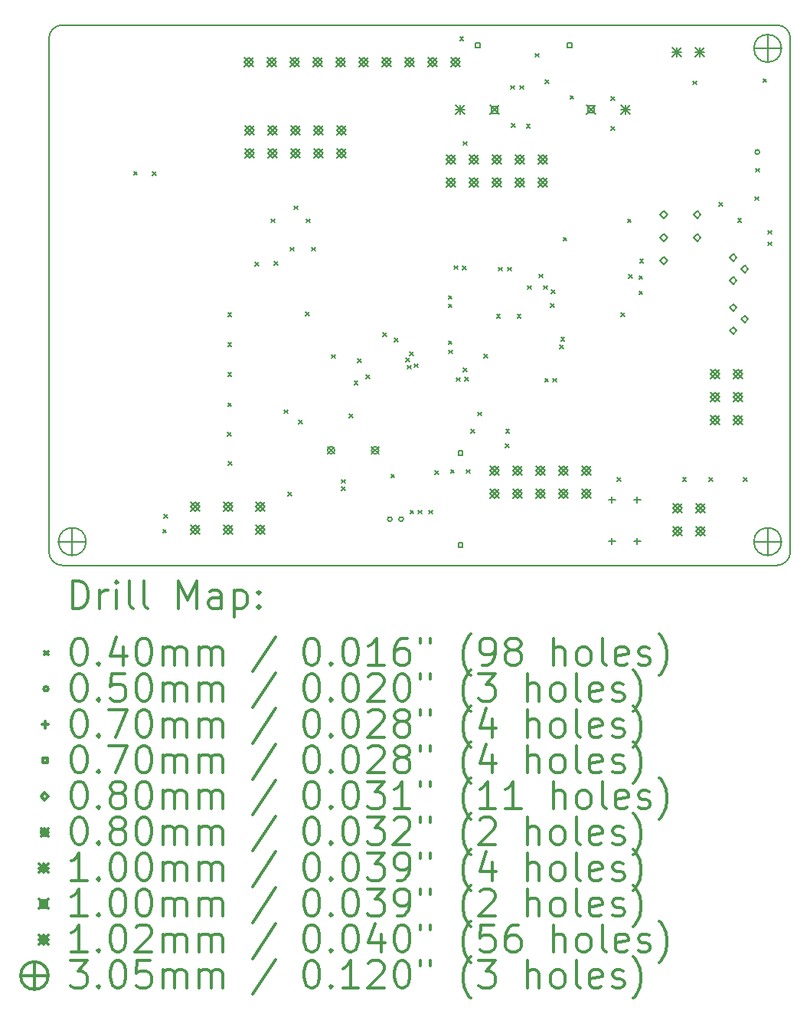
<source format=gbr>
%FSLAX45Y45*%
G04 Gerber Fmt 4.5, Leading zero omitted, Abs format (unit mm)*
G04 Created by KiCad (PCBNEW (2015-08-05 BZR 6055, Git fa29c62)-product) date 10/03/2016 14:30:33*
%MOMM*%
G01*
G04 APERTURE LIST*
%ADD10C,0.127000*%
%ADD11C,0.150000*%
%ADD12C,0.200000*%
%ADD13C,0.300000*%
G04 APERTURE END LIST*
D10*
D11*
X6330000Y-16430000D02*
X14230000Y-16430000D01*
X6180000Y-10610000D02*
X6180000Y-16280000D01*
X14230000Y-10460000D02*
X6330000Y-10460000D01*
X14380000Y-16280000D02*
X14380000Y-10610000D01*
X6330000Y-10460000D02*
G75*
G03X6180000Y-10610000I0J-150000D01*
G01*
X14380000Y-10610000D02*
G75*
G03X14230000Y-10460000I-150000J0D01*
G01*
X14230000Y-16430000D02*
G75*
G03X14380000Y-16280000I0J150000D01*
G01*
X6180000Y-16280000D02*
G75*
G03X6330000Y-16430000I150000J0D01*
G01*
D12*
X7117400Y-12076750D02*
X7157400Y-12116750D01*
X7157400Y-12076750D02*
X7117400Y-12116750D01*
X7326950Y-12083100D02*
X7366950Y-12123100D01*
X7366950Y-12083100D02*
X7326950Y-12123100D01*
X7440600Y-16032800D02*
X7480600Y-16072800D01*
X7480600Y-16032800D02*
X7440600Y-16072800D01*
X7453300Y-15867700D02*
X7493300Y-15907700D01*
X7493300Y-15867700D02*
X7453300Y-15907700D01*
X8152450Y-14959650D02*
X8192450Y-14999650D01*
X8192450Y-14959650D02*
X8152450Y-14999650D01*
X8158800Y-13638850D02*
X8198800Y-13678850D01*
X8198800Y-13638850D02*
X8158800Y-13678850D01*
X8158800Y-13969050D02*
X8198800Y-14009050D01*
X8198800Y-13969050D02*
X8158800Y-14009050D01*
X8158800Y-14299250D02*
X8198800Y-14339250D01*
X8198800Y-14299250D02*
X8158800Y-14339250D01*
X8158800Y-14635800D02*
X8198800Y-14675800D01*
X8198800Y-14635800D02*
X8158800Y-14675800D01*
X8165150Y-15283500D02*
X8205150Y-15323500D01*
X8205150Y-15283500D02*
X8165150Y-15323500D01*
X8457250Y-13080050D02*
X8497250Y-13120050D01*
X8497250Y-13080050D02*
X8457250Y-13120050D01*
X8635050Y-12603800D02*
X8675050Y-12643800D01*
X8675050Y-12603800D02*
X8635050Y-12643800D01*
X8673150Y-13073700D02*
X8713150Y-13113700D01*
X8713150Y-13073700D02*
X8673150Y-13113700D01*
X8781100Y-14712000D02*
X8821100Y-14752000D01*
X8821100Y-14712000D02*
X8781100Y-14752000D01*
X8825550Y-15620050D02*
X8865550Y-15660050D01*
X8865550Y-15620050D02*
X8825550Y-15660050D01*
X8850950Y-12914950D02*
X8890950Y-12954950D01*
X8890950Y-12914950D02*
X8850950Y-12954950D01*
X8889050Y-12457750D02*
X8929050Y-12497750D01*
X8929050Y-12457750D02*
X8889050Y-12497750D01*
X8939850Y-14826300D02*
X8979850Y-14866300D01*
X8979850Y-14826300D02*
X8939850Y-14866300D01*
X9016050Y-13632500D02*
X9056050Y-13672500D01*
X9056050Y-13632500D02*
X9016050Y-13672500D01*
X9028750Y-12603800D02*
X9068750Y-12643800D01*
X9068750Y-12603800D02*
X9028750Y-12643800D01*
X9085900Y-12914950D02*
X9125900Y-12954950D01*
X9125900Y-12914950D02*
X9085900Y-12954950D01*
X9308150Y-14102400D02*
X9348150Y-14142400D01*
X9348150Y-14102400D02*
X9308150Y-14142400D01*
X9416100Y-15480350D02*
X9456100Y-15520350D01*
X9456100Y-15480350D02*
X9416100Y-15520350D01*
X9416100Y-15562900D02*
X9456100Y-15602900D01*
X9456100Y-15562900D02*
X9416100Y-15602900D01*
X9498650Y-14756450D02*
X9538650Y-14796450D01*
X9538650Y-14756450D02*
X9498650Y-14796450D01*
X9555800Y-14394500D02*
X9595800Y-14434500D01*
X9595800Y-14394500D02*
X9555800Y-14434500D01*
X9593900Y-14146850D02*
X9633900Y-14186850D01*
X9633900Y-14146850D02*
X9593900Y-14186850D01*
X9689150Y-14324650D02*
X9729150Y-14364650D01*
X9729150Y-14324650D02*
X9689150Y-14364650D01*
X9875840Y-13858560D02*
X9915840Y-13898560D01*
X9915840Y-13858560D02*
X9875840Y-13898560D01*
X9962200Y-15423200D02*
X10002200Y-15463200D01*
X10002200Y-15423200D02*
X9962200Y-15463200D01*
X10000000Y-13920000D02*
X10040000Y-13960000D01*
X10040000Y-13920000D02*
X10000000Y-13960000D01*
X10130000Y-14140000D02*
X10170000Y-14180000D01*
X10170000Y-14140000D02*
X10130000Y-14180000D01*
X10145080Y-14219240D02*
X10185080Y-14259240D01*
X10185080Y-14219240D02*
X10145080Y-14259240D01*
X10170480Y-14071920D02*
X10210480Y-14111920D01*
X10210480Y-14071920D02*
X10170480Y-14111920D01*
X10174925Y-15820075D02*
X10214925Y-15860075D01*
X10214925Y-15820075D02*
X10174925Y-15860075D01*
X10221280Y-14204000D02*
X10261280Y-14244000D01*
X10261280Y-14204000D02*
X10221280Y-14244000D01*
X10263825Y-15820075D02*
X10303825Y-15860075D01*
X10303825Y-15820075D02*
X10263825Y-15860075D01*
X10384475Y-15820075D02*
X10424475Y-15860075D01*
X10424475Y-15820075D02*
X10384475Y-15860075D01*
X10451150Y-15385100D02*
X10491150Y-15425100D01*
X10491150Y-15385100D02*
X10451150Y-15425100D01*
X10597200Y-13448350D02*
X10637200Y-13488350D01*
X10637200Y-13448350D02*
X10597200Y-13488350D01*
X10597200Y-13543600D02*
X10637200Y-13583600D01*
X10637200Y-13543600D02*
X10597200Y-13583600D01*
X10597200Y-13950000D02*
X10637200Y-13990000D01*
X10637200Y-13950000D02*
X10597200Y-13990000D01*
X10603550Y-14051600D02*
X10643550Y-14091600D01*
X10643550Y-14051600D02*
X10603550Y-14091600D01*
X10622600Y-15372400D02*
X10662600Y-15412400D01*
X10662600Y-15372400D02*
X10622600Y-15412400D01*
X10660700Y-13118150D02*
X10700700Y-13158150D01*
X10700700Y-13118150D02*
X10660700Y-13158150D01*
X10686100Y-14356400D02*
X10726100Y-14396400D01*
X10726100Y-14356400D02*
X10686100Y-14396400D01*
X10724200Y-10590850D02*
X10764200Y-10630850D01*
X10764200Y-10590850D02*
X10724200Y-10630850D01*
X10755950Y-13124500D02*
X10795950Y-13164500D01*
X10795950Y-13124500D02*
X10755950Y-13164500D01*
X10762300Y-11746550D02*
X10802300Y-11786550D01*
X10802300Y-11746550D02*
X10762300Y-11786550D01*
X10762300Y-14248450D02*
X10802300Y-14288450D01*
X10802300Y-14248450D02*
X10762300Y-14288450D01*
X10781350Y-14350050D02*
X10821350Y-14390050D01*
X10821350Y-14350050D02*
X10781350Y-14390050D01*
X10794050Y-15372400D02*
X10834050Y-15412400D01*
X10834050Y-15372400D02*
X10794050Y-15412400D01*
X10844850Y-14927900D02*
X10884850Y-14967900D01*
X10884850Y-14927900D02*
X10844850Y-14967900D01*
X10921050Y-14737400D02*
X10961050Y-14777400D01*
X10961050Y-14737400D02*
X10921050Y-14777400D01*
X10990900Y-14096050D02*
X11030900Y-14136050D01*
X11030900Y-14096050D02*
X10990900Y-14136050D01*
X11130600Y-13657900D02*
X11170600Y-13697900D01*
X11170600Y-13657900D02*
X11130600Y-13697900D01*
X11149650Y-13137200D02*
X11189650Y-13177200D01*
X11189650Y-13137200D02*
X11149650Y-13177200D01*
X11225850Y-15086650D02*
X11265850Y-15126650D01*
X11265850Y-15086650D02*
X11225850Y-15126650D01*
X11232200Y-14927900D02*
X11272200Y-14967900D01*
X11272200Y-14927900D02*
X11232200Y-14967900D01*
X11251250Y-13137200D02*
X11291250Y-13177200D01*
X11291250Y-13137200D02*
X11251250Y-13177200D01*
X11289350Y-11130600D02*
X11329350Y-11170600D01*
X11329350Y-11130600D02*
X11289350Y-11170600D01*
X11295700Y-11549700D02*
X11335700Y-11589700D01*
X11335700Y-11549700D02*
X11295700Y-11589700D01*
X11359200Y-13657900D02*
X11399200Y-13697900D01*
X11399200Y-13657900D02*
X11359200Y-13697900D01*
X11390950Y-11130600D02*
X11430950Y-11170600D01*
X11430950Y-11130600D02*
X11390950Y-11170600D01*
X11460800Y-11556050D02*
X11500800Y-11596050D01*
X11500800Y-11556050D02*
X11460800Y-11596050D01*
X11473500Y-13340400D02*
X11513500Y-13380400D01*
X11513500Y-13340400D02*
X11473500Y-13380400D01*
X11556050Y-10775000D02*
X11596050Y-10815000D01*
X11596050Y-10775000D02*
X11556050Y-10815000D01*
X11600500Y-13213400D02*
X11640500Y-13253400D01*
X11640500Y-13213400D02*
X11600500Y-13253400D01*
X11651300Y-13340400D02*
X11691300Y-13380400D01*
X11691300Y-13340400D02*
X11651300Y-13380400D01*
X11664000Y-14362750D02*
X11704000Y-14402750D01*
X11704000Y-14362750D02*
X11664000Y-14402750D01*
X11670350Y-11067100D02*
X11710350Y-11107100D01*
X11710350Y-11067100D02*
X11670350Y-11107100D01*
X11727500Y-13537250D02*
X11767500Y-13577250D01*
X11767500Y-13537250D02*
X11727500Y-13577250D01*
X11733850Y-13384850D02*
X11773850Y-13424850D01*
X11773850Y-13384850D02*
X11733850Y-13424850D01*
X11752900Y-14362750D02*
X11792900Y-14402750D01*
X11792900Y-14362750D02*
X11752900Y-14402750D01*
X11829100Y-13994450D02*
X11869100Y-14034450D01*
X11869100Y-13994450D02*
X11829100Y-14034450D01*
X11841800Y-13911900D02*
X11881800Y-13951900D01*
X11881800Y-13911900D02*
X11841800Y-13951900D01*
X11867200Y-12807000D02*
X11907200Y-12847000D01*
X11907200Y-12807000D02*
X11867200Y-12847000D01*
X11943400Y-11238550D02*
X11983400Y-11278550D01*
X11983400Y-11238550D02*
X11943400Y-11278550D01*
X12394250Y-11251250D02*
X12434250Y-11291250D01*
X12434250Y-11251250D02*
X12394250Y-11291250D01*
X12394250Y-11581450D02*
X12434250Y-11621450D01*
X12434250Y-11581450D02*
X12394250Y-11621450D01*
X12466075Y-15463275D02*
X12506075Y-15503275D01*
X12506075Y-15463275D02*
X12466075Y-15503275D01*
X12508550Y-13638850D02*
X12548550Y-13678850D01*
X12548550Y-13638850D02*
X12508550Y-13678850D01*
X12579416Y-12602022D02*
X12619416Y-12642022D01*
X12619416Y-12602022D02*
X12579416Y-12642022D01*
X12593894Y-13218988D02*
X12633894Y-13258988D01*
X12633894Y-13218988D02*
X12593894Y-13258988D01*
X12706162Y-13398820D02*
X12746162Y-13438820D01*
X12746162Y-13398820D02*
X12706162Y-13438820D01*
X12706924Y-13228894D02*
X12746924Y-13268894D01*
X12746924Y-13228894D02*
X12706924Y-13268894D01*
X12714544Y-13047538D02*
X12754544Y-13087538D01*
X12754544Y-13047538D02*
X12714544Y-13087538D01*
X13188000Y-15461300D02*
X13228000Y-15501300D01*
X13228000Y-15461300D02*
X13188000Y-15501300D01*
X13302300Y-11079800D02*
X13342300Y-11119800D01*
X13342300Y-11079800D02*
X13302300Y-11119800D01*
X13480100Y-15461300D02*
X13520100Y-15501300D01*
X13520100Y-15461300D02*
X13480100Y-15501300D01*
X13588890Y-12422470D02*
X13628890Y-12462470D01*
X13628890Y-12422470D02*
X13588890Y-12462470D01*
X13797290Y-12597570D02*
X13837290Y-12637570D01*
X13837290Y-12597570D02*
X13797290Y-12637570D01*
X13861100Y-15461300D02*
X13901100Y-15501300D01*
X13901100Y-15461300D02*
X13861100Y-15501300D01*
X13987790Y-12356270D02*
X14027790Y-12396270D01*
X14027790Y-12356270D02*
X13987790Y-12396270D01*
X13994450Y-12043400D02*
X14034450Y-12083400D01*
X14034450Y-12043400D02*
X13994450Y-12083400D01*
X14077000Y-11054400D02*
X14117000Y-11094400D01*
X14117000Y-11054400D02*
X14077000Y-11094400D01*
X14134150Y-12730800D02*
X14174150Y-12770800D01*
X14174150Y-12730800D02*
X14134150Y-12770800D01*
X14134150Y-12857800D02*
X14174150Y-12897800D01*
X14174150Y-12857800D02*
X14134150Y-12897800D01*
X9975450Y-15919450D02*
G75*
G03X9975450Y-15919450I-25000J0D01*
G01*
X10100450Y-15919450D02*
G75*
G03X10100450Y-15919450I-25000J0D01*
G01*
X14039450Y-11863400D02*
G75*
G03X14039450Y-11863400I-25000J0D01*
G01*
X12407600Y-15667150D02*
X12407600Y-15737150D01*
X12372600Y-15702150D02*
X12442600Y-15702150D01*
X12407600Y-16127150D02*
X12407600Y-16197150D01*
X12372600Y-16162150D02*
X12442600Y-16162150D01*
X12687600Y-15667150D02*
X12687600Y-15737150D01*
X12652600Y-15702150D02*
X12722600Y-15702150D01*
X12687600Y-16127150D02*
X12687600Y-16197150D01*
X12652600Y-16162150D02*
X12722600Y-16162150D01*
X10756540Y-15214038D02*
X10756540Y-15164466D01*
X10706968Y-15164466D01*
X10706968Y-15214038D01*
X10756540Y-15214038D01*
X10756540Y-16230038D02*
X10756540Y-16180466D01*
X10706968Y-16180466D01*
X10706968Y-16230038D01*
X10756540Y-16230038D01*
X10946734Y-10711582D02*
X10946734Y-10662010D01*
X10897162Y-10662010D01*
X10897162Y-10711582D01*
X10946734Y-10711582D01*
X11962734Y-10711582D02*
X11962734Y-10662010D01*
X11913162Y-10662010D01*
X11913162Y-10711582D01*
X11962734Y-10711582D01*
X12980924Y-12593442D02*
X13020924Y-12553442D01*
X12980924Y-12513442D01*
X12940924Y-12553442D01*
X12980924Y-12593442D01*
X12980924Y-12847442D02*
X13020924Y-12807442D01*
X12980924Y-12767442D01*
X12940924Y-12807442D01*
X12980924Y-12847442D01*
X12980924Y-13101442D02*
X13020924Y-13061442D01*
X12980924Y-13021442D01*
X12940924Y-13061442D01*
X12980924Y-13101442D01*
X13349732Y-12593696D02*
X13389732Y-12553696D01*
X13349732Y-12513696D01*
X13309732Y-12553696D01*
X13349732Y-12593696D01*
X13349732Y-12847696D02*
X13389732Y-12807696D01*
X13349732Y-12767696D01*
X13309732Y-12807696D01*
X13349732Y-12847696D01*
X13747750Y-13070200D02*
X13787750Y-13030200D01*
X13747750Y-12990200D01*
X13707750Y-13030200D01*
X13747750Y-13070200D01*
X13747750Y-13324200D02*
X13787750Y-13284200D01*
X13747750Y-13244200D01*
X13707750Y-13284200D01*
X13747750Y-13324200D01*
X13747750Y-13622650D02*
X13787750Y-13582650D01*
X13747750Y-13542650D01*
X13707750Y-13582650D01*
X13747750Y-13622650D01*
X13747750Y-13876650D02*
X13787750Y-13836650D01*
X13747750Y-13796650D01*
X13707750Y-13836650D01*
X13747750Y-13876650D01*
X13874750Y-13197200D02*
X13914750Y-13157200D01*
X13874750Y-13117200D01*
X13834750Y-13157200D01*
X13874750Y-13197200D01*
X13874750Y-13749650D02*
X13914750Y-13709650D01*
X13874750Y-13669650D01*
X13834750Y-13709650D01*
X13874750Y-13749650D01*
X9259951Y-15117445D02*
X9339961Y-15197455D01*
X9339961Y-15117445D02*
X9259951Y-15197455D01*
X9339961Y-15157450D02*
G75*
G03X9339961Y-15157450I-40005J0D01*
G01*
X9748139Y-15117445D02*
X9828149Y-15197455D01*
X9828149Y-15117445D02*
X9748139Y-15197455D01*
X9828149Y-15157450D02*
G75*
G03X9828149Y-15157450I-40005J0D01*
G01*
X10675150Y-11348250D02*
X10775150Y-11448250D01*
X10775150Y-11348250D02*
X10675150Y-11448250D01*
X10725150Y-11348250D02*
X10725150Y-11448250D01*
X10675150Y-11398250D02*
X10775150Y-11398250D01*
X12503950Y-11341900D02*
X12603950Y-11441900D01*
X12603950Y-11341900D02*
X12503950Y-11441900D01*
X12553950Y-11341900D02*
X12553950Y-11441900D01*
X12503950Y-11391900D02*
X12603950Y-11391900D01*
X13075450Y-10706900D02*
X13175450Y-10806900D01*
X13175450Y-10706900D02*
X13075450Y-10806900D01*
X13125450Y-10706900D02*
X13125450Y-10806900D01*
X13075450Y-10756900D02*
X13175450Y-10756900D01*
X13329450Y-10706900D02*
X13429450Y-10806900D01*
X13429450Y-10706900D02*
X13329450Y-10806900D01*
X13379450Y-10706900D02*
X13379450Y-10806900D01*
X13329450Y-10756900D02*
X13429450Y-10756900D01*
X11056112Y-11348212D02*
X11156188Y-11448288D01*
X11156188Y-11348212D02*
X11056112Y-11448288D01*
X11141533Y-11433632D02*
X11141533Y-11362867D01*
X11070768Y-11362867D01*
X11070768Y-11433632D01*
X11141533Y-11433632D01*
X12122912Y-11341862D02*
X12222988Y-11441938D01*
X12222988Y-11341862D02*
X12122912Y-11441938D01*
X12208332Y-11427282D02*
X12208332Y-11356517D01*
X12137567Y-11356517D01*
X12137567Y-11427282D01*
X12208332Y-11427282D01*
X7749200Y-15729200D02*
X7850800Y-15830800D01*
X7850800Y-15729200D02*
X7749200Y-15830800D01*
X7800000Y-15830800D02*
X7850800Y-15780000D01*
X7800000Y-15729200D01*
X7749200Y-15780000D01*
X7800000Y-15830800D01*
X7749200Y-15983200D02*
X7850800Y-16084800D01*
X7850800Y-15983200D02*
X7749200Y-16084800D01*
X7800000Y-16084800D02*
X7850800Y-16034000D01*
X7800000Y-15983200D01*
X7749200Y-16034000D01*
X7800000Y-16084800D01*
X8109200Y-15729200D02*
X8210800Y-15830800D01*
X8210800Y-15729200D02*
X8109200Y-15830800D01*
X8160000Y-15830800D02*
X8210800Y-15780000D01*
X8160000Y-15729200D01*
X8109200Y-15780000D01*
X8160000Y-15830800D01*
X8109200Y-15983200D02*
X8210800Y-16084800D01*
X8210800Y-15983200D02*
X8109200Y-16084800D01*
X8160000Y-16084800D02*
X8210800Y-16034000D01*
X8160000Y-15983200D01*
X8109200Y-16034000D01*
X8160000Y-16084800D01*
X8337550Y-10820400D02*
X8439150Y-10922000D01*
X8439150Y-10820400D02*
X8337550Y-10922000D01*
X8388350Y-10922000D02*
X8439150Y-10871200D01*
X8388350Y-10820400D01*
X8337550Y-10871200D01*
X8388350Y-10922000D01*
X8350250Y-11576050D02*
X8451850Y-11677650D01*
X8451850Y-11576050D02*
X8350250Y-11677650D01*
X8401050Y-11677650D02*
X8451850Y-11626850D01*
X8401050Y-11576050D01*
X8350250Y-11626850D01*
X8401050Y-11677650D01*
X8350250Y-11830050D02*
X8451850Y-11931650D01*
X8451850Y-11830050D02*
X8350250Y-11931650D01*
X8401050Y-11931650D02*
X8451850Y-11880850D01*
X8401050Y-11830050D01*
X8350250Y-11880850D01*
X8401050Y-11931650D01*
X8469200Y-15729200D02*
X8570800Y-15830800D01*
X8570800Y-15729200D02*
X8469200Y-15830800D01*
X8520000Y-15830800D02*
X8570800Y-15780000D01*
X8520000Y-15729200D01*
X8469200Y-15780000D01*
X8520000Y-15830800D01*
X8469200Y-15983200D02*
X8570800Y-16084800D01*
X8570800Y-15983200D02*
X8469200Y-16084800D01*
X8520000Y-16084800D02*
X8570800Y-16034000D01*
X8520000Y-15983200D01*
X8469200Y-16034000D01*
X8520000Y-16084800D01*
X8591550Y-10820400D02*
X8693150Y-10922000D01*
X8693150Y-10820400D02*
X8591550Y-10922000D01*
X8642350Y-10922000D02*
X8693150Y-10871200D01*
X8642350Y-10820400D01*
X8591550Y-10871200D01*
X8642350Y-10922000D01*
X8604250Y-11576050D02*
X8705850Y-11677650D01*
X8705850Y-11576050D02*
X8604250Y-11677650D01*
X8655050Y-11677650D02*
X8705850Y-11626850D01*
X8655050Y-11576050D01*
X8604250Y-11626850D01*
X8655050Y-11677650D01*
X8604250Y-11830050D02*
X8705850Y-11931650D01*
X8705850Y-11830050D02*
X8604250Y-11931650D01*
X8655050Y-11931650D02*
X8705850Y-11880850D01*
X8655050Y-11830050D01*
X8604250Y-11880850D01*
X8655050Y-11931650D01*
X8845550Y-10820400D02*
X8947150Y-10922000D01*
X8947150Y-10820400D02*
X8845550Y-10922000D01*
X8896350Y-10922000D02*
X8947150Y-10871200D01*
X8896350Y-10820400D01*
X8845550Y-10871200D01*
X8896350Y-10922000D01*
X8858250Y-11576050D02*
X8959850Y-11677650D01*
X8959850Y-11576050D02*
X8858250Y-11677650D01*
X8909050Y-11677650D02*
X8959850Y-11626850D01*
X8909050Y-11576050D01*
X8858250Y-11626850D01*
X8909050Y-11677650D01*
X8858250Y-11830050D02*
X8959850Y-11931650D01*
X8959850Y-11830050D02*
X8858250Y-11931650D01*
X8909050Y-11931650D02*
X8959850Y-11880850D01*
X8909050Y-11830050D01*
X8858250Y-11880850D01*
X8909050Y-11931650D01*
X9099550Y-10820400D02*
X9201150Y-10922000D01*
X9201150Y-10820400D02*
X9099550Y-10922000D01*
X9150350Y-10922000D02*
X9201150Y-10871200D01*
X9150350Y-10820400D01*
X9099550Y-10871200D01*
X9150350Y-10922000D01*
X9112250Y-11576050D02*
X9213850Y-11677650D01*
X9213850Y-11576050D02*
X9112250Y-11677650D01*
X9163050Y-11677650D02*
X9213850Y-11626850D01*
X9163050Y-11576050D01*
X9112250Y-11626850D01*
X9163050Y-11677650D01*
X9112250Y-11830050D02*
X9213850Y-11931650D01*
X9213850Y-11830050D02*
X9112250Y-11931650D01*
X9163050Y-11931650D02*
X9213850Y-11880850D01*
X9163050Y-11830050D01*
X9112250Y-11880850D01*
X9163050Y-11931650D01*
X9353550Y-10820400D02*
X9455150Y-10922000D01*
X9455150Y-10820400D02*
X9353550Y-10922000D01*
X9404350Y-10922000D02*
X9455150Y-10871200D01*
X9404350Y-10820400D01*
X9353550Y-10871200D01*
X9404350Y-10922000D01*
X9366250Y-11576050D02*
X9467850Y-11677650D01*
X9467850Y-11576050D02*
X9366250Y-11677650D01*
X9417050Y-11677650D02*
X9467850Y-11626850D01*
X9417050Y-11576050D01*
X9366250Y-11626850D01*
X9417050Y-11677650D01*
X9366250Y-11830050D02*
X9467850Y-11931650D01*
X9467850Y-11830050D02*
X9366250Y-11931650D01*
X9417050Y-11931650D02*
X9467850Y-11880850D01*
X9417050Y-11830050D01*
X9366250Y-11880850D01*
X9417050Y-11931650D01*
X9607550Y-10820400D02*
X9709150Y-10922000D01*
X9709150Y-10820400D02*
X9607550Y-10922000D01*
X9658350Y-10922000D02*
X9709150Y-10871200D01*
X9658350Y-10820400D01*
X9607550Y-10871200D01*
X9658350Y-10922000D01*
X9861550Y-10820400D02*
X9963150Y-10922000D01*
X9963150Y-10820400D02*
X9861550Y-10922000D01*
X9912350Y-10922000D02*
X9963150Y-10871200D01*
X9912350Y-10820400D01*
X9861550Y-10871200D01*
X9912350Y-10922000D01*
X10115550Y-10820400D02*
X10217150Y-10922000D01*
X10217150Y-10820400D02*
X10115550Y-10922000D01*
X10166350Y-10922000D02*
X10217150Y-10871200D01*
X10166350Y-10820400D01*
X10115550Y-10871200D01*
X10166350Y-10922000D01*
X10369550Y-10820400D02*
X10471150Y-10922000D01*
X10471150Y-10820400D02*
X10369550Y-10922000D01*
X10420350Y-10922000D02*
X10471150Y-10871200D01*
X10420350Y-10820400D01*
X10369550Y-10871200D01*
X10420350Y-10922000D01*
X10579100Y-11893550D02*
X10680700Y-11995150D01*
X10680700Y-11893550D02*
X10579100Y-11995150D01*
X10629900Y-11995150D02*
X10680700Y-11944350D01*
X10629900Y-11893550D01*
X10579100Y-11944350D01*
X10629900Y-11995150D01*
X10579100Y-12147550D02*
X10680700Y-12249150D01*
X10680700Y-12147550D02*
X10579100Y-12249150D01*
X10629900Y-12249150D02*
X10680700Y-12198350D01*
X10629900Y-12147550D01*
X10579100Y-12198350D01*
X10629900Y-12249150D01*
X10623550Y-10820400D02*
X10725150Y-10922000D01*
X10725150Y-10820400D02*
X10623550Y-10922000D01*
X10674350Y-10922000D02*
X10725150Y-10871200D01*
X10674350Y-10820400D01*
X10623550Y-10871200D01*
X10674350Y-10922000D01*
X10833100Y-11893550D02*
X10934700Y-11995150D01*
X10934700Y-11893550D02*
X10833100Y-11995150D01*
X10883900Y-11995150D02*
X10934700Y-11944350D01*
X10883900Y-11893550D01*
X10833100Y-11944350D01*
X10883900Y-11995150D01*
X10833100Y-12147550D02*
X10934700Y-12249150D01*
X10934700Y-12147550D02*
X10833100Y-12249150D01*
X10883900Y-12249150D02*
X10934700Y-12198350D01*
X10883900Y-12147550D01*
X10833100Y-12198350D01*
X10883900Y-12249150D01*
X11061700Y-15335250D02*
X11163300Y-15436850D01*
X11163300Y-15335250D02*
X11061700Y-15436850D01*
X11112500Y-15436850D02*
X11163300Y-15386050D01*
X11112500Y-15335250D01*
X11061700Y-15386050D01*
X11112500Y-15436850D01*
X11061700Y-15589250D02*
X11163300Y-15690850D01*
X11163300Y-15589250D02*
X11061700Y-15690850D01*
X11112500Y-15690850D02*
X11163300Y-15640050D01*
X11112500Y-15589250D01*
X11061700Y-15640050D01*
X11112500Y-15690850D01*
X11087100Y-11893550D02*
X11188700Y-11995150D01*
X11188700Y-11893550D02*
X11087100Y-11995150D01*
X11137900Y-11995150D02*
X11188700Y-11944350D01*
X11137900Y-11893550D01*
X11087100Y-11944350D01*
X11137900Y-11995150D01*
X11087100Y-12147550D02*
X11188700Y-12249150D01*
X11188700Y-12147550D02*
X11087100Y-12249150D01*
X11137900Y-12249150D02*
X11188700Y-12198350D01*
X11137900Y-12147550D01*
X11087100Y-12198350D01*
X11137900Y-12249150D01*
X11315700Y-15335250D02*
X11417300Y-15436850D01*
X11417300Y-15335250D02*
X11315700Y-15436850D01*
X11366500Y-15436850D02*
X11417300Y-15386050D01*
X11366500Y-15335250D01*
X11315700Y-15386050D01*
X11366500Y-15436850D01*
X11315700Y-15589250D02*
X11417300Y-15690850D01*
X11417300Y-15589250D02*
X11315700Y-15690850D01*
X11366500Y-15690850D02*
X11417300Y-15640050D01*
X11366500Y-15589250D01*
X11315700Y-15640050D01*
X11366500Y-15690850D01*
X11341100Y-11893550D02*
X11442700Y-11995150D01*
X11442700Y-11893550D02*
X11341100Y-11995150D01*
X11391900Y-11995150D02*
X11442700Y-11944350D01*
X11391900Y-11893550D01*
X11341100Y-11944350D01*
X11391900Y-11995150D01*
X11341100Y-12147550D02*
X11442700Y-12249150D01*
X11442700Y-12147550D02*
X11341100Y-12249150D01*
X11391900Y-12249150D02*
X11442700Y-12198350D01*
X11391900Y-12147550D01*
X11341100Y-12198350D01*
X11391900Y-12249150D01*
X11569700Y-15335250D02*
X11671300Y-15436850D01*
X11671300Y-15335250D02*
X11569700Y-15436850D01*
X11620500Y-15436850D02*
X11671300Y-15386050D01*
X11620500Y-15335250D01*
X11569700Y-15386050D01*
X11620500Y-15436850D01*
X11569700Y-15589250D02*
X11671300Y-15690850D01*
X11671300Y-15589250D02*
X11569700Y-15690850D01*
X11620500Y-15690850D02*
X11671300Y-15640050D01*
X11620500Y-15589250D01*
X11569700Y-15640050D01*
X11620500Y-15690850D01*
X11595100Y-11893550D02*
X11696700Y-11995150D01*
X11696700Y-11893550D02*
X11595100Y-11995150D01*
X11645900Y-11995150D02*
X11696700Y-11944350D01*
X11645900Y-11893550D01*
X11595100Y-11944350D01*
X11645900Y-11995150D01*
X11595100Y-12147550D02*
X11696700Y-12249150D01*
X11696700Y-12147550D02*
X11595100Y-12249150D01*
X11645900Y-12249150D02*
X11696700Y-12198350D01*
X11645900Y-12147550D01*
X11595100Y-12198350D01*
X11645900Y-12249150D01*
X11823700Y-15335250D02*
X11925300Y-15436850D01*
X11925300Y-15335250D02*
X11823700Y-15436850D01*
X11874500Y-15436850D02*
X11925300Y-15386050D01*
X11874500Y-15335250D01*
X11823700Y-15386050D01*
X11874500Y-15436850D01*
X11823700Y-15589250D02*
X11925300Y-15690850D01*
X11925300Y-15589250D02*
X11823700Y-15690850D01*
X11874500Y-15690850D02*
X11925300Y-15640050D01*
X11874500Y-15589250D01*
X11823700Y-15640050D01*
X11874500Y-15690850D01*
X12077700Y-15335250D02*
X12179300Y-15436850D01*
X12179300Y-15335250D02*
X12077700Y-15436850D01*
X12128500Y-15436850D02*
X12179300Y-15386050D01*
X12128500Y-15335250D01*
X12077700Y-15386050D01*
X12128500Y-15436850D01*
X12077700Y-15589250D02*
X12179300Y-15690850D01*
X12179300Y-15589250D02*
X12077700Y-15690850D01*
X12128500Y-15690850D02*
X12179300Y-15640050D01*
X12128500Y-15589250D01*
X12077700Y-15640050D01*
X12128500Y-15690850D01*
X13081000Y-15748000D02*
X13182600Y-15849600D01*
X13182600Y-15748000D02*
X13081000Y-15849600D01*
X13131800Y-15849600D02*
X13182600Y-15798800D01*
X13131800Y-15748000D01*
X13081000Y-15798800D01*
X13131800Y-15849600D01*
X13081000Y-16002000D02*
X13182600Y-16103600D01*
X13182600Y-16002000D02*
X13081000Y-16103600D01*
X13131800Y-16103600D02*
X13182600Y-16052800D01*
X13131800Y-16002000D01*
X13081000Y-16052800D01*
X13131800Y-16103600D01*
X13335000Y-15748000D02*
X13436600Y-15849600D01*
X13436600Y-15748000D02*
X13335000Y-15849600D01*
X13385800Y-15849600D02*
X13436600Y-15798800D01*
X13385800Y-15748000D01*
X13335000Y-15798800D01*
X13385800Y-15849600D01*
X13335000Y-16002000D02*
X13436600Y-16103600D01*
X13436600Y-16002000D02*
X13335000Y-16103600D01*
X13385800Y-16103600D02*
X13436600Y-16052800D01*
X13385800Y-16002000D01*
X13335000Y-16052800D01*
X13385800Y-16103600D01*
X13500100Y-14262100D02*
X13601700Y-14363700D01*
X13601700Y-14262100D02*
X13500100Y-14363700D01*
X13550900Y-14363700D02*
X13601700Y-14312900D01*
X13550900Y-14262100D01*
X13500100Y-14312900D01*
X13550900Y-14363700D01*
X13500100Y-14516100D02*
X13601700Y-14617700D01*
X13601700Y-14516100D02*
X13500100Y-14617700D01*
X13550900Y-14617700D02*
X13601700Y-14566900D01*
X13550900Y-14516100D01*
X13500100Y-14566900D01*
X13550900Y-14617700D01*
X13500100Y-14770100D02*
X13601700Y-14871700D01*
X13601700Y-14770100D02*
X13500100Y-14871700D01*
X13550900Y-14871700D02*
X13601700Y-14820900D01*
X13550900Y-14770100D01*
X13500100Y-14820900D01*
X13550900Y-14871700D01*
X13754100Y-14262100D02*
X13855700Y-14363700D01*
X13855700Y-14262100D02*
X13754100Y-14363700D01*
X13804900Y-14363700D02*
X13855700Y-14312900D01*
X13804900Y-14262100D01*
X13754100Y-14312900D01*
X13804900Y-14363700D01*
X13754100Y-14516100D02*
X13855700Y-14617700D01*
X13855700Y-14516100D02*
X13754100Y-14617700D01*
X13804900Y-14617700D02*
X13855700Y-14566900D01*
X13804900Y-14516100D01*
X13754100Y-14566900D01*
X13804900Y-14617700D01*
X13754100Y-14770100D02*
X13855700Y-14871700D01*
X13855700Y-14770100D02*
X13754100Y-14871700D01*
X13804900Y-14871700D02*
X13855700Y-14820900D01*
X13804900Y-14770100D01*
X13754100Y-14820900D01*
X13804900Y-14871700D01*
X6438900Y-16014700D02*
X6438900Y-16319500D01*
X6286500Y-16167100D02*
X6591300Y-16167100D01*
X6591300Y-16167100D02*
G75*
G03X6591300Y-16167100I-152400J0D01*
G01*
X14128750Y-10566400D02*
X14128750Y-10871200D01*
X13976350Y-10718800D02*
X14281150Y-10718800D01*
X14281150Y-10718800D02*
G75*
G03X14281150Y-10718800I-152400J0D01*
G01*
X14128750Y-16014700D02*
X14128750Y-16319500D01*
X13976350Y-16167100D02*
X14281150Y-16167100D01*
X14281150Y-16167100D02*
G75*
G03X14281150Y-16167100I-152400J0D01*
G01*
D13*
X6443928Y-16903214D02*
X6443928Y-16603214D01*
X6515357Y-16603214D01*
X6558214Y-16617500D01*
X6586786Y-16646071D01*
X6601071Y-16674643D01*
X6615357Y-16731786D01*
X6615357Y-16774643D01*
X6601071Y-16831786D01*
X6586786Y-16860357D01*
X6558214Y-16888929D01*
X6515357Y-16903214D01*
X6443928Y-16903214D01*
X6743928Y-16903214D02*
X6743928Y-16703214D01*
X6743928Y-16760357D02*
X6758214Y-16731786D01*
X6772500Y-16717500D01*
X6801071Y-16703214D01*
X6829643Y-16703214D01*
X6929643Y-16903214D02*
X6929643Y-16703214D01*
X6929643Y-16603214D02*
X6915357Y-16617500D01*
X6929643Y-16631786D01*
X6943928Y-16617500D01*
X6929643Y-16603214D01*
X6929643Y-16631786D01*
X7115357Y-16903214D02*
X7086786Y-16888929D01*
X7072500Y-16860357D01*
X7072500Y-16603214D01*
X7272500Y-16903214D02*
X7243928Y-16888929D01*
X7229643Y-16860357D01*
X7229643Y-16603214D01*
X7615357Y-16903214D02*
X7615357Y-16603214D01*
X7715357Y-16817500D01*
X7815357Y-16603214D01*
X7815357Y-16903214D01*
X8086786Y-16903214D02*
X8086786Y-16746071D01*
X8072500Y-16717500D01*
X8043928Y-16703214D01*
X7986786Y-16703214D01*
X7958214Y-16717500D01*
X8086786Y-16888929D02*
X8058214Y-16903214D01*
X7986786Y-16903214D01*
X7958214Y-16888929D01*
X7943928Y-16860357D01*
X7943928Y-16831786D01*
X7958214Y-16803214D01*
X7986786Y-16788929D01*
X8058214Y-16788929D01*
X8086786Y-16774643D01*
X8229643Y-16703214D02*
X8229643Y-17003214D01*
X8229643Y-16717500D02*
X8258214Y-16703214D01*
X8315357Y-16703214D01*
X8343928Y-16717500D01*
X8358214Y-16731786D01*
X8372500Y-16760357D01*
X8372500Y-16846072D01*
X8358214Y-16874643D01*
X8343928Y-16888929D01*
X8315357Y-16903214D01*
X8258214Y-16903214D01*
X8229643Y-16888929D01*
X8501071Y-16874643D02*
X8515357Y-16888929D01*
X8501071Y-16903214D01*
X8486786Y-16888929D01*
X8501071Y-16874643D01*
X8501071Y-16903214D01*
X8501071Y-16717500D02*
X8515357Y-16731786D01*
X8501071Y-16746071D01*
X8486786Y-16731786D01*
X8501071Y-16717500D01*
X8501071Y-16746071D01*
X6132500Y-17377500D02*
X6172500Y-17417500D01*
X6172500Y-17377500D02*
X6132500Y-17417500D01*
X6501071Y-17233214D02*
X6529643Y-17233214D01*
X6558214Y-17247500D01*
X6572500Y-17261786D01*
X6586786Y-17290357D01*
X6601071Y-17347500D01*
X6601071Y-17418929D01*
X6586786Y-17476072D01*
X6572500Y-17504643D01*
X6558214Y-17518929D01*
X6529643Y-17533214D01*
X6501071Y-17533214D01*
X6472500Y-17518929D01*
X6458214Y-17504643D01*
X6443928Y-17476072D01*
X6429643Y-17418929D01*
X6429643Y-17347500D01*
X6443928Y-17290357D01*
X6458214Y-17261786D01*
X6472500Y-17247500D01*
X6501071Y-17233214D01*
X6729643Y-17504643D02*
X6743928Y-17518929D01*
X6729643Y-17533214D01*
X6715357Y-17518929D01*
X6729643Y-17504643D01*
X6729643Y-17533214D01*
X7001071Y-17333214D02*
X7001071Y-17533214D01*
X6929643Y-17218929D02*
X6858214Y-17433214D01*
X7043928Y-17433214D01*
X7215357Y-17233214D02*
X7243928Y-17233214D01*
X7272500Y-17247500D01*
X7286786Y-17261786D01*
X7301071Y-17290357D01*
X7315357Y-17347500D01*
X7315357Y-17418929D01*
X7301071Y-17476072D01*
X7286786Y-17504643D01*
X7272500Y-17518929D01*
X7243928Y-17533214D01*
X7215357Y-17533214D01*
X7186786Y-17518929D01*
X7172500Y-17504643D01*
X7158214Y-17476072D01*
X7143928Y-17418929D01*
X7143928Y-17347500D01*
X7158214Y-17290357D01*
X7172500Y-17261786D01*
X7186786Y-17247500D01*
X7215357Y-17233214D01*
X7443928Y-17533214D02*
X7443928Y-17333214D01*
X7443928Y-17361786D02*
X7458214Y-17347500D01*
X7486786Y-17333214D01*
X7529643Y-17333214D01*
X7558214Y-17347500D01*
X7572500Y-17376072D01*
X7572500Y-17533214D01*
X7572500Y-17376072D02*
X7586786Y-17347500D01*
X7615357Y-17333214D01*
X7658214Y-17333214D01*
X7686786Y-17347500D01*
X7701071Y-17376072D01*
X7701071Y-17533214D01*
X7843928Y-17533214D02*
X7843928Y-17333214D01*
X7843928Y-17361786D02*
X7858214Y-17347500D01*
X7886786Y-17333214D01*
X7929643Y-17333214D01*
X7958214Y-17347500D01*
X7972500Y-17376072D01*
X7972500Y-17533214D01*
X7972500Y-17376072D02*
X7986786Y-17347500D01*
X8015357Y-17333214D01*
X8058214Y-17333214D01*
X8086786Y-17347500D01*
X8101071Y-17376072D01*
X8101071Y-17533214D01*
X8686786Y-17218929D02*
X8429643Y-17604643D01*
X9072500Y-17233214D02*
X9101071Y-17233214D01*
X9129643Y-17247500D01*
X9143928Y-17261786D01*
X9158214Y-17290357D01*
X9172500Y-17347500D01*
X9172500Y-17418929D01*
X9158214Y-17476072D01*
X9143928Y-17504643D01*
X9129643Y-17518929D01*
X9101071Y-17533214D01*
X9072500Y-17533214D01*
X9043928Y-17518929D01*
X9029643Y-17504643D01*
X9015357Y-17476072D01*
X9001071Y-17418929D01*
X9001071Y-17347500D01*
X9015357Y-17290357D01*
X9029643Y-17261786D01*
X9043928Y-17247500D01*
X9072500Y-17233214D01*
X9301071Y-17504643D02*
X9315357Y-17518929D01*
X9301071Y-17533214D01*
X9286786Y-17518929D01*
X9301071Y-17504643D01*
X9301071Y-17533214D01*
X9501071Y-17233214D02*
X9529643Y-17233214D01*
X9558214Y-17247500D01*
X9572500Y-17261786D01*
X9586786Y-17290357D01*
X9601071Y-17347500D01*
X9601071Y-17418929D01*
X9586786Y-17476072D01*
X9572500Y-17504643D01*
X9558214Y-17518929D01*
X9529643Y-17533214D01*
X9501071Y-17533214D01*
X9472500Y-17518929D01*
X9458214Y-17504643D01*
X9443928Y-17476072D01*
X9429643Y-17418929D01*
X9429643Y-17347500D01*
X9443928Y-17290357D01*
X9458214Y-17261786D01*
X9472500Y-17247500D01*
X9501071Y-17233214D01*
X9886786Y-17533214D02*
X9715357Y-17533214D01*
X9801071Y-17533214D02*
X9801071Y-17233214D01*
X9772500Y-17276072D01*
X9743928Y-17304643D01*
X9715357Y-17318929D01*
X10143928Y-17233214D02*
X10086786Y-17233214D01*
X10058214Y-17247500D01*
X10043928Y-17261786D01*
X10015357Y-17304643D01*
X10001071Y-17361786D01*
X10001071Y-17476072D01*
X10015357Y-17504643D01*
X10029643Y-17518929D01*
X10058214Y-17533214D01*
X10115357Y-17533214D01*
X10143928Y-17518929D01*
X10158214Y-17504643D01*
X10172500Y-17476072D01*
X10172500Y-17404643D01*
X10158214Y-17376072D01*
X10143928Y-17361786D01*
X10115357Y-17347500D01*
X10058214Y-17347500D01*
X10029643Y-17361786D01*
X10015357Y-17376072D01*
X10001071Y-17404643D01*
X10286786Y-17233214D02*
X10286786Y-17290357D01*
X10401071Y-17233214D02*
X10401071Y-17290357D01*
X10843928Y-17647500D02*
X10829643Y-17633214D01*
X10801071Y-17590357D01*
X10786786Y-17561786D01*
X10772500Y-17518929D01*
X10758214Y-17447500D01*
X10758214Y-17390357D01*
X10772500Y-17318929D01*
X10786786Y-17276072D01*
X10801071Y-17247500D01*
X10829643Y-17204643D01*
X10843928Y-17190357D01*
X10972500Y-17533214D02*
X11029643Y-17533214D01*
X11058214Y-17518929D01*
X11072500Y-17504643D01*
X11101071Y-17461786D01*
X11115357Y-17404643D01*
X11115357Y-17290357D01*
X11101071Y-17261786D01*
X11086786Y-17247500D01*
X11058214Y-17233214D01*
X11001071Y-17233214D01*
X10972500Y-17247500D01*
X10958214Y-17261786D01*
X10943928Y-17290357D01*
X10943928Y-17361786D01*
X10958214Y-17390357D01*
X10972500Y-17404643D01*
X11001071Y-17418929D01*
X11058214Y-17418929D01*
X11086786Y-17404643D01*
X11101071Y-17390357D01*
X11115357Y-17361786D01*
X11286785Y-17361786D02*
X11258214Y-17347500D01*
X11243928Y-17333214D01*
X11229643Y-17304643D01*
X11229643Y-17290357D01*
X11243928Y-17261786D01*
X11258214Y-17247500D01*
X11286785Y-17233214D01*
X11343928Y-17233214D01*
X11372500Y-17247500D01*
X11386785Y-17261786D01*
X11401071Y-17290357D01*
X11401071Y-17304643D01*
X11386785Y-17333214D01*
X11372500Y-17347500D01*
X11343928Y-17361786D01*
X11286785Y-17361786D01*
X11258214Y-17376072D01*
X11243928Y-17390357D01*
X11229643Y-17418929D01*
X11229643Y-17476072D01*
X11243928Y-17504643D01*
X11258214Y-17518929D01*
X11286785Y-17533214D01*
X11343928Y-17533214D01*
X11372500Y-17518929D01*
X11386785Y-17504643D01*
X11401071Y-17476072D01*
X11401071Y-17418929D01*
X11386785Y-17390357D01*
X11372500Y-17376072D01*
X11343928Y-17361786D01*
X11758214Y-17533214D02*
X11758214Y-17233214D01*
X11886785Y-17533214D02*
X11886785Y-17376072D01*
X11872500Y-17347500D01*
X11843928Y-17333214D01*
X11801071Y-17333214D01*
X11772500Y-17347500D01*
X11758214Y-17361786D01*
X12072500Y-17533214D02*
X12043928Y-17518929D01*
X12029643Y-17504643D01*
X12015357Y-17476072D01*
X12015357Y-17390357D01*
X12029643Y-17361786D01*
X12043928Y-17347500D01*
X12072500Y-17333214D01*
X12115357Y-17333214D01*
X12143928Y-17347500D01*
X12158214Y-17361786D01*
X12172500Y-17390357D01*
X12172500Y-17476072D01*
X12158214Y-17504643D01*
X12143928Y-17518929D01*
X12115357Y-17533214D01*
X12072500Y-17533214D01*
X12343928Y-17533214D02*
X12315357Y-17518929D01*
X12301071Y-17490357D01*
X12301071Y-17233214D01*
X12572500Y-17518929D02*
X12543928Y-17533214D01*
X12486786Y-17533214D01*
X12458214Y-17518929D01*
X12443928Y-17490357D01*
X12443928Y-17376072D01*
X12458214Y-17347500D01*
X12486786Y-17333214D01*
X12543928Y-17333214D01*
X12572500Y-17347500D01*
X12586786Y-17376072D01*
X12586786Y-17404643D01*
X12443928Y-17433214D01*
X12701071Y-17518929D02*
X12729643Y-17533214D01*
X12786786Y-17533214D01*
X12815357Y-17518929D01*
X12829643Y-17490357D01*
X12829643Y-17476072D01*
X12815357Y-17447500D01*
X12786786Y-17433214D01*
X12743928Y-17433214D01*
X12715357Y-17418929D01*
X12701071Y-17390357D01*
X12701071Y-17376072D01*
X12715357Y-17347500D01*
X12743928Y-17333214D01*
X12786786Y-17333214D01*
X12815357Y-17347500D01*
X12929643Y-17647500D02*
X12943928Y-17633214D01*
X12972500Y-17590357D01*
X12986786Y-17561786D01*
X13001071Y-17518929D01*
X13015357Y-17447500D01*
X13015357Y-17390357D01*
X13001071Y-17318929D01*
X12986786Y-17276072D01*
X12972500Y-17247500D01*
X12943928Y-17204643D01*
X12929643Y-17190357D01*
X6172500Y-17793500D02*
G75*
G03X6172500Y-17793500I-25000J0D01*
G01*
X6501071Y-17629214D02*
X6529643Y-17629214D01*
X6558214Y-17643500D01*
X6572500Y-17657786D01*
X6586786Y-17686357D01*
X6601071Y-17743500D01*
X6601071Y-17814929D01*
X6586786Y-17872072D01*
X6572500Y-17900643D01*
X6558214Y-17914929D01*
X6529643Y-17929214D01*
X6501071Y-17929214D01*
X6472500Y-17914929D01*
X6458214Y-17900643D01*
X6443928Y-17872072D01*
X6429643Y-17814929D01*
X6429643Y-17743500D01*
X6443928Y-17686357D01*
X6458214Y-17657786D01*
X6472500Y-17643500D01*
X6501071Y-17629214D01*
X6729643Y-17900643D02*
X6743928Y-17914929D01*
X6729643Y-17929214D01*
X6715357Y-17914929D01*
X6729643Y-17900643D01*
X6729643Y-17929214D01*
X7015357Y-17629214D02*
X6872500Y-17629214D01*
X6858214Y-17772072D01*
X6872500Y-17757786D01*
X6901071Y-17743500D01*
X6972500Y-17743500D01*
X7001071Y-17757786D01*
X7015357Y-17772072D01*
X7029643Y-17800643D01*
X7029643Y-17872072D01*
X7015357Y-17900643D01*
X7001071Y-17914929D01*
X6972500Y-17929214D01*
X6901071Y-17929214D01*
X6872500Y-17914929D01*
X6858214Y-17900643D01*
X7215357Y-17629214D02*
X7243928Y-17629214D01*
X7272500Y-17643500D01*
X7286786Y-17657786D01*
X7301071Y-17686357D01*
X7315357Y-17743500D01*
X7315357Y-17814929D01*
X7301071Y-17872072D01*
X7286786Y-17900643D01*
X7272500Y-17914929D01*
X7243928Y-17929214D01*
X7215357Y-17929214D01*
X7186786Y-17914929D01*
X7172500Y-17900643D01*
X7158214Y-17872072D01*
X7143928Y-17814929D01*
X7143928Y-17743500D01*
X7158214Y-17686357D01*
X7172500Y-17657786D01*
X7186786Y-17643500D01*
X7215357Y-17629214D01*
X7443928Y-17929214D02*
X7443928Y-17729214D01*
X7443928Y-17757786D02*
X7458214Y-17743500D01*
X7486786Y-17729214D01*
X7529643Y-17729214D01*
X7558214Y-17743500D01*
X7572500Y-17772072D01*
X7572500Y-17929214D01*
X7572500Y-17772072D02*
X7586786Y-17743500D01*
X7615357Y-17729214D01*
X7658214Y-17729214D01*
X7686786Y-17743500D01*
X7701071Y-17772072D01*
X7701071Y-17929214D01*
X7843928Y-17929214D02*
X7843928Y-17729214D01*
X7843928Y-17757786D02*
X7858214Y-17743500D01*
X7886786Y-17729214D01*
X7929643Y-17729214D01*
X7958214Y-17743500D01*
X7972500Y-17772072D01*
X7972500Y-17929214D01*
X7972500Y-17772072D02*
X7986786Y-17743500D01*
X8015357Y-17729214D01*
X8058214Y-17729214D01*
X8086786Y-17743500D01*
X8101071Y-17772072D01*
X8101071Y-17929214D01*
X8686786Y-17614929D02*
X8429643Y-18000643D01*
X9072500Y-17629214D02*
X9101071Y-17629214D01*
X9129643Y-17643500D01*
X9143928Y-17657786D01*
X9158214Y-17686357D01*
X9172500Y-17743500D01*
X9172500Y-17814929D01*
X9158214Y-17872072D01*
X9143928Y-17900643D01*
X9129643Y-17914929D01*
X9101071Y-17929214D01*
X9072500Y-17929214D01*
X9043928Y-17914929D01*
X9029643Y-17900643D01*
X9015357Y-17872072D01*
X9001071Y-17814929D01*
X9001071Y-17743500D01*
X9015357Y-17686357D01*
X9029643Y-17657786D01*
X9043928Y-17643500D01*
X9072500Y-17629214D01*
X9301071Y-17900643D02*
X9315357Y-17914929D01*
X9301071Y-17929214D01*
X9286786Y-17914929D01*
X9301071Y-17900643D01*
X9301071Y-17929214D01*
X9501071Y-17629214D02*
X9529643Y-17629214D01*
X9558214Y-17643500D01*
X9572500Y-17657786D01*
X9586786Y-17686357D01*
X9601071Y-17743500D01*
X9601071Y-17814929D01*
X9586786Y-17872072D01*
X9572500Y-17900643D01*
X9558214Y-17914929D01*
X9529643Y-17929214D01*
X9501071Y-17929214D01*
X9472500Y-17914929D01*
X9458214Y-17900643D01*
X9443928Y-17872072D01*
X9429643Y-17814929D01*
X9429643Y-17743500D01*
X9443928Y-17686357D01*
X9458214Y-17657786D01*
X9472500Y-17643500D01*
X9501071Y-17629214D01*
X9715357Y-17657786D02*
X9729643Y-17643500D01*
X9758214Y-17629214D01*
X9829643Y-17629214D01*
X9858214Y-17643500D01*
X9872500Y-17657786D01*
X9886786Y-17686357D01*
X9886786Y-17714929D01*
X9872500Y-17757786D01*
X9701071Y-17929214D01*
X9886786Y-17929214D01*
X10072500Y-17629214D02*
X10101071Y-17629214D01*
X10129643Y-17643500D01*
X10143928Y-17657786D01*
X10158214Y-17686357D01*
X10172500Y-17743500D01*
X10172500Y-17814929D01*
X10158214Y-17872072D01*
X10143928Y-17900643D01*
X10129643Y-17914929D01*
X10101071Y-17929214D01*
X10072500Y-17929214D01*
X10043928Y-17914929D01*
X10029643Y-17900643D01*
X10015357Y-17872072D01*
X10001071Y-17814929D01*
X10001071Y-17743500D01*
X10015357Y-17686357D01*
X10029643Y-17657786D01*
X10043928Y-17643500D01*
X10072500Y-17629214D01*
X10286786Y-17629214D02*
X10286786Y-17686357D01*
X10401071Y-17629214D02*
X10401071Y-17686357D01*
X10843928Y-18043500D02*
X10829643Y-18029214D01*
X10801071Y-17986357D01*
X10786786Y-17957786D01*
X10772500Y-17914929D01*
X10758214Y-17843500D01*
X10758214Y-17786357D01*
X10772500Y-17714929D01*
X10786786Y-17672072D01*
X10801071Y-17643500D01*
X10829643Y-17600643D01*
X10843928Y-17586357D01*
X10929643Y-17629214D02*
X11115357Y-17629214D01*
X11015357Y-17743500D01*
X11058214Y-17743500D01*
X11086786Y-17757786D01*
X11101071Y-17772072D01*
X11115357Y-17800643D01*
X11115357Y-17872072D01*
X11101071Y-17900643D01*
X11086786Y-17914929D01*
X11058214Y-17929214D01*
X10972500Y-17929214D01*
X10943928Y-17914929D01*
X10929643Y-17900643D01*
X11472500Y-17929214D02*
X11472500Y-17629214D01*
X11601071Y-17929214D02*
X11601071Y-17772072D01*
X11586785Y-17743500D01*
X11558214Y-17729214D01*
X11515357Y-17729214D01*
X11486785Y-17743500D01*
X11472500Y-17757786D01*
X11786785Y-17929214D02*
X11758214Y-17914929D01*
X11743928Y-17900643D01*
X11729643Y-17872072D01*
X11729643Y-17786357D01*
X11743928Y-17757786D01*
X11758214Y-17743500D01*
X11786785Y-17729214D01*
X11829643Y-17729214D01*
X11858214Y-17743500D01*
X11872500Y-17757786D01*
X11886785Y-17786357D01*
X11886785Y-17872072D01*
X11872500Y-17900643D01*
X11858214Y-17914929D01*
X11829643Y-17929214D01*
X11786785Y-17929214D01*
X12058214Y-17929214D02*
X12029643Y-17914929D01*
X12015357Y-17886357D01*
X12015357Y-17629214D01*
X12286786Y-17914929D02*
X12258214Y-17929214D01*
X12201071Y-17929214D01*
X12172500Y-17914929D01*
X12158214Y-17886357D01*
X12158214Y-17772072D01*
X12172500Y-17743500D01*
X12201071Y-17729214D01*
X12258214Y-17729214D01*
X12286786Y-17743500D01*
X12301071Y-17772072D01*
X12301071Y-17800643D01*
X12158214Y-17829214D01*
X12415357Y-17914929D02*
X12443928Y-17929214D01*
X12501071Y-17929214D01*
X12529643Y-17914929D01*
X12543928Y-17886357D01*
X12543928Y-17872072D01*
X12529643Y-17843500D01*
X12501071Y-17829214D01*
X12458214Y-17829214D01*
X12429643Y-17814929D01*
X12415357Y-17786357D01*
X12415357Y-17772072D01*
X12429643Y-17743500D01*
X12458214Y-17729214D01*
X12501071Y-17729214D01*
X12529643Y-17743500D01*
X12643928Y-18043500D02*
X12658214Y-18029214D01*
X12686786Y-17986357D01*
X12701071Y-17957786D01*
X12715357Y-17914929D01*
X12729643Y-17843500D01*
X12729643Y-17786357D01*
X12715357Y-17714929D01*
X12701071Y-17672072D01*
X12686786Y-17643500D01*
X12658214Y-17600643D01*
X12643928Y-17586357D01*
X6137500Y-18154500D02*
X6137500Y-18224500D01*
X6102500Y-18189500D02*
X6172500Y-18189500D01*
X6501071Y-18025214D02*
X6529643Y-18025214D01*
X6558214Y-18039500D01*
X6572500Y-18053786D01*
X6586786Y-18082357D01*
X6601071Y-18139500D01*
X6601071Y-18210929D01*
X6586786Y-18268072D01*
X6572500Y-18296643D01*
X6558214Y-18310929D01*
X6529643Y-18325214D01*
X6501071Y-18325214D01*
X6472500Y-18310929D01*
X6458214Y-18296643D01*
X6443928Y-18268072D01*
X6429643Y-18210929D01*
X6429643Y-18139500D01*
X6443928Y-18082357D01*
X6458214Y-18053786D01*
X6472500Y-18039500D01*
X6501071Y-18025214D01*
X6729643Y-18296643D02*
X6743928Y-18310929D01*
X6729643Y-18325214D01*
X6715357Y-18310929D01*
X6729643Y-18296643D01*
X6729643Y-18325214D01*
X6843928Y-18025214D02*
X7043928Y-18025214D01*
X6915357Y-18325214D01*
X7215357Y-18025214D02*
X7243928Y-18025214D01*
X7272500Y-18039500D01*
X7286786Y-18053786D01*
X7301071Y-18082357D01*
X7315357Y-18139500D01*
X7315357Y-18210929D01*
X7301071Y-18268072D01*
X7286786Y-18296643D01*
X7272500Y-18310929D01*
X7243928Y-18325214D01*
X7215357Y-18325214D01*
X7186786Y-18310929D01*
X7172500Y-18296643D01*
X7158214Y-18268072D01*
X7143928Y-18210929D01*
X7143928Y-18139500D01*
X7158214Y-18082357D01*
X7172500Y-18053786D01*
X7186786Y-18039500D01*
X7215357Y-18025214D01*
X7443928Y-18325214D02*
X7443928Y-18125214D01*
X7443928Y-18153786D02*
X7458214Y-18139500D01*
X7486786Y-18125214D01*
X7529643Y-18125214D01*
X7558214Y-18139500D01*
X7572500Y-18168072D01*
X7572500Y-18325214D01*
X7572500Y-18168072D02*
X7586786Y-18139500D01*
X7615357Y-18125214D01*
X7658214Y-18125214D01*
X7686786Y-18139500D01*
X7701071Y-18168072D01*
X7701071Y-18325214D01*
X7843928Y-18325214D02*
X7843928Y-18125214D01*
X7843928Y-18153786D02*
X7858214Y-18139500D01*
X7886786Y-18125214D01*
X7929643Y-18125214D01*
X7958214Y-18139500D01*
X7972500Y-18168072D01*
X7972500Y-18325214D01*
X7972500Y-18168072D02*
X7986786Y-18139500D01*
X8015357Y-18125214D01*
X8058214Y-18125214D01*
X8086786Y-18139500D01*
X8101071Y-18168072D01*
X8101071Y-18325214D01*
X8686786Y-18010929D02*
X8429643Y-18396643D01*
X9072500Y-18025214D02*
X9101071Y-18025214D01*
X9129643Y-18039500D01*
X9143928Y-18053786D01*
X9158214Y-18082357D01*
X9172500Y-18139500D01*
X9172500Y-18210929D01*
X9158214Y-18268072D01*
X9143928Y-18296643D01*
X9129643Y-18310929D01*
X9101071Y-18325214D01*
X9072500Y-18325214D01*
X9043928Y-18310929D01*
X9029643Y-18296643D01*
X9015357Y-18268072D01*
X9001071Y-18210929D01*
X9001071Y-18139500D01*
X9015357Y-18082357D01*
X9029643Y-18053786D01*
X9043928Y-18039500D01*
X9072500Y-18025214D01*
X9301071Y-18296643D02*
X9315357Y-18310929D01*
X9301071Y-18325214D01*
X9286786Y-18310929D01*
X9301071Y-18296643D01*
X9301071Y-18325214D01*
X9501071Y-18025214D02*
X9529643Y-18025214D01*
X9558214Y-18039500D01*
X9572500Y-18053786D01*
X9586786Y-18082357D01*
X9601071Y-18139500D01*
X9601071Y-18210929D01*
X9586786Y-18268072D01*
X9572500Y-18296643D01*
X9558214Y-18310929D01*
X9529643Y-18325214D01*
X9501071Y-18325214D01*
X9472500Y-18310929D01*
X9458214Y-18296643D01*
X9443928Y-18268072D01*
X9429643Y-18210929D01*
X9429643Y-18139500D01*
X9443928Y-18082357D01*
X9458214Y-18053786D01*
X9472500Y-18039500D01*
X9501071Y-18025214D01*
X9715357Y-18053786D02*
X9729643Y-18039500D01*
X9758214Y-18025214D01*
X9829643Y-18025214D01*
X9858214Y-18039500D01*
X9872500Y-18053786D01*
X9886786Y-18082357D01*
X9886786Y-18110929D01*
X9872500Y-18153786D01*
X9701071Y-18325214D01*
X9886786Y-18325214D01*
X10058214Y-18153786D02*
X10029643Y-18139500D01*
X10015357Y-18125214D01*
X10001071Y-18096643D01*
X10001071Y-18082357D01*
X10015357Y-18053786D01*
X10029643Y-18039500D01*
X10058214Y-18025214D01*
X10115357Y-18025214D01*
X10143928Y-18039500D01*
X10158214Y-18053786D01*
X10172500Y-18082357D01*
X10172500Y-18096643D01*
X10158214Y-18125214D01*
X10143928Y-18139500D01*
X10115357Y-18153786D01*
X10058214Y-18153786D01*
X10029643Y-18168072D01*
X10015357Y-18182357D01*
X10001071Y-18210929D01*
X10001071Y-18268072D01*
X10015357Y-18296643D01*
X10029643Y-18310929D01*
X10058214Y-18325214D01*
X10115357Y-18325214D01*
X10143928Y-18310929D01*
X10158214Y-18296643D01*
X10172500Y-18268072D01*
X10172500Y-18210929D01*
X10158214Y-18182357D01*
X10143928Y-18168072D01*
X10115357Y-18153786D01*
X10286786Y-18025214D02*
X10286786Y-18082357D01*
X10401071Y-18025214D02*
X10401071Y-18082357D01*
X10843928Y-18439500D02*
X10829643Y-18425214D01*
X10801071Y-18382357D01*
X10786786Y-18353786D01*
X10772500Y-18310929D01*
X10758214Y-18239500D01*
X10758214Y-18182357D01*
X10772500Y-18110929D01*
X10786786Y-18068072D01*
X10801071Y-18039500D01*
X10829643Y-17996643D01*
X10843928Y-17982357D01*
X11086786Y-18125214D02*
X11086786Y-18325214D01*
X11015357Y-18010929D02*
X10943928Y-18225214D01*
X11129643Y-18225214D01*
X11472500Y-18325214D02*
X11472500Y-18025214D01*
X11601071Y-18325214D02*
X11601071Y-18168072D01*
X11586785Y-18139500D01*
X11558214Y-18125214D01*
X11515357Y-18125214D01*
X11486785Y-18139500D01*
X11472500Y-18153786D01*
X11786785Y-18325214D02*
X11758214Y-18310929D01*
X11743928Y-18296643D01*
X11729643Y-18268072D01*
X11729643Y-18182357D01*
X11743928Y-18153786D01*
X11758214Y-18139500D01*
X11786785Y-18125214D01*
X11829643Y-18125214D01*
X11858214Y-18139500D01*
X11872500Y-18153786D01*
X11886785Y-18182357D01*
X11886785Y-18268072D01*
X11872500Y-18296643D01*
X11858214Y-18310929D01*
X11829643Y-18325214D01*
X11786785Y-18325214D01*
X12058214Y-18325214D02*
X12029643Y-18310929D01*
X12015357Y-18282357D01*
X12015357Y-18025214D01*
X12286786Y-18310929D02*
X12258214Y-18325214D01*
X12201071Y-18325214D01*
X12172500Y-18310929D01*
X12158214Y-18282357D01*
X12158214Y-18168072D01*
X12172500Y-18139500D01*
X12201071Y-18125214D01*
X12258214Y-18125214D01*
X12286786Y-18139500D01*
X12301071Y-18168072D01*
X12301071Y-18196643D01*
X12158214Y-18225214D01*
X12415357Y-18310929D02*
X12443928Y-18325214D01*
X12501071Y-18325214D01*
X12529643Y-18310929D01*
X12543928Y-18282357D01*
X12543928Y-18268072D01*
X12529643Y-18239500D01*
X12501071Y-18225214D01*
X12458214Y-18225214D01*
X12429643Y-18210929D01*
X12415357Y-18182357D01*
X12415357Y-18168072D01*
X12429643Y-18139500D01*
X12458214Y-18125214D01*
X12501071Y-18125214D01*
X12529643Y-18139500D01*
X12643928Y-18439500D02*
X12658214Y-18425214D01*
X12686786Y-18382357D01*
X12701071Y-18353786D01*
X12715357Y-18310929D01*
X12729643Y-18239500D01*
X12729643Y-18182357D01*
X12715357Y-18110929D01*
X12701071Y-18068072D01*
X12686786Y-18039500D01*
X12658214Y-17996643D01*
X12643928Y-17982357D01*
X6162234Y-18610286D02*
X6162234Y-18560714D01*
X6112662Y-18560714D01*
X6112662Y-18610286D01*
X6162234Y-18610286D01*
X6501071Y-18421214D02*
X6529643Y-18421214D01*
X6558214Y-18435500D01*
X6572500Y-18449786D01*
X6586786Y-18478357D01*
X6601071Y-18535500D01*
X6601071Y-18606929D01*
X6586786Y-18664072D01*
X6572500Y-18692643D01*
X6558214Y-18706929D01*
X6529643Y-18721214D01*
X6501071Y-18721214D01*
X6472500Y-18706929D01*
X6458214Y-18692643D01*
X6443928Y-18664072D01*
X6429643Y-18606929D01*
X6429643Y-18535500D01*
X6443928Y-18478357D01*
X6458214Y-18449786D01*
X6472500Y-18435500D01*
X6501071Y-18421214D01*
X6729643Y-18692643D02*
X6743928Y-18706929D01*
X6729643Y-18721214D01*
X6715357Y-18706929D01*
X6729643Y-18692643D01*
X6729643Y-18721214D01*
X6843928Y-18421214D02*
X7043928Y-18421214D01*
X6915357Y-18721214D01*
X7215357Y-18421214D02*
X7243928Y-18421214D01*
X7272500Y-18435500D01*
X7286786Y-18449786D01*
X7301071Y-18478357D01*
X7315357Y-18535500D01*
X7315357Y-18606929D01*
X7301071Y-18664072D01*
X7286786Y-18692643D01*
X7272500Y-18706929D01*
X7243928Y-18721214D01*
X7215357Y-18721214D01*
X7186786Y-18706929D01*
X7172500Y-18692643D01*
X7158214Y-18664072D01*
X7143928Y-18606929D01*
X7143928Y-18535500D01*
X7158214Y-18478357D01*
X7172500Y-18449786D01*
X7186786Y-18435500D01*
X7215357Y-18421214D01*
X7443928Y-18721214D02*
X7443928Y-18521214D01*
X7443928Y-18549786D02*
X7458214Y-18535500D01*
X7486786Y-18521214D01*
X7529643Y-18521214D01*
X7558214Y-18535500D01*
X7572500Y-18564072D01*
X7572500Y-18721214D01*
X7572500Y-18564072D02*
X7586786Y-18535500D01*
X7615357Y-18521214D01*
X7658214Y-18521214D01*
X7686786Y-18535500D01*
X7701071Y-18564072D01*
X7701071Y-18721214D01*
X7843928Y-18721214D02*
X7843928Y-18521214D01*
X7843928Y-18549786D02*
X7858214Y-18535500D01*
X7886786Y-18521214D01*
X7929643Y-18521214D01*
X7958214Y-18535500D01*
X7972500Y-18564072D01*
X7972500Y-18721214D01*
X7972500Y-18564072D02*
X7986786Y-18535500D01*
X8015357Y-18521214D01*
X8058214Y-18521214D01*
X8086786Y-18535500D01*
X8101071Y-18564072D01*
X8101071Y-18721214D01*
X8686786Y-18406929D02*
X8429643Y-18792643D01*
X9072500Y-18421214D02*
X9101071Y-18421214D01*
X9129643Y-18435500D01*
X9143928Y-18449786D01*
X9158214Y-18478357D01*
X9172500Y-18535500D01*
X9172500Y-18606929D01*
X9158214Y-18664072D01*
X9143928Y-18692643D01*
X9129643Y-18706929D01*
X9101071Y-18721214D01*
X9072500Y-18721214D01*
X9043928Y-18706929D01*
X9029643Y-18692643D01*
X9015357Y-18664072D01*
X9001071Y-18606929D01*
X9001071Y-18535500D01*
X9015357Y-18478357D01*
X9029643Y-18449786D01*
X9043928Y-18435500D01*
X9072500Y-18421214D01*
X9301071Y-18692643D02*
X9315357Y-18706929D01*
X9301071Y-18721214D01*
X9286786Y-18706929D01*
X9301071Y-18692643D01*
X9301071Y-18721214D01*
X9501071Y-18421214D02*
X9529643Y-18421214D01*
X9558214Y-18435500D01*
X9572500Y-18449786D01*
X9586786Y-18478357D01*
X9601071Y-18535500D01*
X9601071Y-18606929D01*
X9586786Y-18664072D01*
X9572500Y-18692643D01*
X9558214Y-18706929D01*
X9529643Y-18721214D01*
X9501071Y-18721214D01*
X9472500Y-18706929D01*
X9458214Y-18692643D01*
X9443928Y-18664072D01*
X9429643Y-18606929D01*
X9429643Y-18535500D01*
X9443928Y-18478357D01*
X9458214Y-18449786D01*
X9472500Y-18435500D01*
X9501071Y-18421214D01*
X9715357Y-18449786D02*
X9729643Y-18435500D01*
X9758214Y-18421214D01*
X9829643Y-18421214D01*
X9858214Y-18435500D01*
X9872500Y-18449786D01*
X9886786Y-18478357D01*
X9886786Y-18506929D01*
X9872500Y-18549786D01*
X9701071Y-18721214D01*
X9886786Y-18721214D01*
X10058214Y-18549786D02*
X10029643Y-18535500D01*
X10015357Y-18521214D01*
X10001071Y-18492643D01*
X10001071Y-18478357D01*
X10015357Y-18449786D01*
X10029643Y-18435500D01*
X10058214Y-18421214D01*
X10115357Y-18421214D01*
X10143928Y-18435500D01*
X10158214Y-18449786D01*
X10172500Y-18478357D01*
X10172500Y-18492643D01*
X10158214Y-18521214D01*
X10143928Y-18535500D01*
X10115357Y-18549786D01*
X10058214Y-18549786D01*
X10029643Y-18564072D01*
X10015357Y-18578357D01*
X10001071Y-18606929D01*
X10001071Y-18664072D01*
X10015357Y-18692643D01*
X10029643Y-18706929D01*
X10058214Y-18721214D01*
X10115357Y-18721214D01*
X10143928Y-18706929D01*
X10158214Y-18692643D01*
X10172500Y-18664072D01*
X10172500Y-18606929D01*
X10158214Y-18578357D01*
X10143928Y-18564072D01*
X10115357Y-18549786D01*
X10286786Y-18421214D02*
X10286786Y-18478357D01*
X10401071Y-18421214D02*
X10401071Y-18478357D01*
X10843928Y-18835500D02*
X10829643Y-18821214D01*
X10801071Y-18778357D01*
X10786786Y-18749786D01*
X10772500Y-18706929D01*
X10758214Y-18635500D01*
X10758214Y-18578357D01*
X10772500Y-18506929D01*
X10786786Y-18464072D01*
X10801071Y-18435500D01*
X10829643Y-18392643D01*
X10843928Y-18378357D01*
X11086786Y-18521214D02*
X11086786Y-18721214D01*
X11015357Y-18406929D02*
X10943928Y-18621214D01*
X11129643Y-18621214D01*
X11472500Y-18721214D02*
X11472500Y-18421214D01*
X11601071Y-18721214D02*
X11601071Y-18564072D01*
X11586785Y-18535500D01*
X11558214Y-18521214D01*
X11515357Y-18521214D01*
X11486785Y-18535500D01*
X11472500Y-18549786D01*
X11786785Y-18721214D02*
X11758214Y-18706929D01*
X11743928Y-18692643D01*
X11729643Y-18664072D01*
X11729643Y-18578357D01*
X11743928Y-18549786D01*
X11758214Y-18535500D01*
X11786785Y-18521214D01*
X11829643Y-18521214D01*
X11858214Y-18535500D01*
X11872500Y-18549786D01*
X11886785Y-18578357D01*
X11886785Y-18664072D01*
X11872500Y-18692643D01*
X11858214Y-18706929D01*
X11829643Y-18721214D01*
X11786785Y-18721214D01*
X12058214Y-18721214D02*
X12029643Y-18706929D01*
X12015357Y-18678357D01*
X12015357Y-18421214D01*
X12286786Y-18706929D02*
X12258214Y-18721214D01*
X12201071Y-18721214D01*
X12172500Y-18706929D01*
X12158214Y-18678357D01*
X12158214Y-18564072D01*
X12172500Y-18535500D01*
X12201071Y-18521214D01*
X12258214Y-18521214D01*
X12286786Y-18535500D01*
X12301071Y-18564072D01*
X12301071Y-18592643D01*
X12158214Y-18621214D01*
X12415357Y-18706929D02*
X12443928Y-18721214D01*
X12501071Y-18721214D01*
X12529643Y-18706929D01*
X12543928Y-18678357D01*
X12543928Y-18664072D01*
X12529643Y-18635500D01*
X12501071Y-18621214D01*
X12458214Y-18621214D01*
X12429643Y-18606929D01*
X12415357Y-18578357D01*
X12415357Y-18564072D01*
X12429643Y-18535500D01*
X12458214Y-18521214D01*
X12501071Y-18521214D01*
X12529643Y-18535500D01*
X12643928Y-18835500D02*
X12658214Y-18821214D01*
X12686786Y-18778357D01*
X12701071Y-18749786D01*
X12715357Y-18706929D01*
X12729643Y-18635500D01*
X12729643Y-18578357D01*
X12715357Y-18506929D01*
X12701071Y-18464072D01*
X12686786Y-18435500D01*
X12658214Y-18392643D01*
X12643928Y-18378357D01*
X6132500Y-19021500D02*
X6172500Y-18981500D01*
X6132500Y-18941500D01*
X6092500Y-18981500D01*
X6132500Y-19021500D01*
X6501071Y-18817214D02*
X6529643Y-18817214D01*
X6558214Y-18831500D01*
X6572500Y-18845786D01*
X6586786Y-18874357D01*
X6601071Y-18931500D01*
X6601071Y-19002929D01*
X6586786Y-19060072D01*
X6572500Y-19088643D01*
X6558214Y-19102929D01*
X6529643Y-19117214D01*
X6501071Y-19117214D01*
X6472500Y-19102929D01*
X6458214Y-19088643D01*
X6443928Y-19060072D01*
X6429643Y-19002929D01*
X6429643Y-18931500D01*
X6443928Y-18874357D01*
X6458214Y-18845786D01*
X6472500Y-18831500D01*
X6501071Y-18817214D01*
X6729643Y-19088643D02*
X6743928Y-19102929D01*
X6729643Y-19117214D01*
X6715357Y-19102929D01*
X6729643Y-19088643D01*
X6729643Y-19117214D01*
X6915357Y-18945786D02*
X6886786Y-18931500D01*
X6872500Y-18917214D01*
X6858214Y-18888643D01*
X6858214Y-18874357D01*
X6872500Y-18845786D01*
X6886786Y-18831500D01*
X6915357Y-18817214D01*
X6972500Y-18817214D01*
X7001071Y-18831500D01*
X7015357Y-18845786D01*
X7029643Y-18874357D01*
X7029643Y-18888643D01*
X7015357Y-18917214D01*
X7001071Y-18931500D01*
X6972500Y-18945786D01*
X6915357Y-18945786D01*
X6886786Y-18960072D01*
X6872500Y-18974357D01*
X6858214Y-19002929D01*
X6858214Y-19060072D01*
X6872500Y-19088643D01*
X6886786Y-19102929D01*
X6915357Y-19117214D01*
X6972500Y-19117214D01*
X7001071Y-19102929D01*
X7015357Y-19088643D01*
X7029643Y-19060072D01*
X7029643Y-19002929D01*
X7015357Y-18974357D01*
X7001071Y-18960072D01*
X6972500Y-18945786D01*
X7215357Y-18817214D02*
X7243928Y-18817214D01*
X7272500Y-18831500D01*
X7286786Y-18845786D01*
X7301071Y-18874357D01*
X7315357Y-18931500D01*
X7315357Y-19002929D01*
X7301071Y-19060072D01*
X7286786Y-19088643D01*
X7272500Y-19102929D01*
X7243928Y-19117214D01*
X7215357Y-19117214D01*
X7186786Y-19102929D01*
X7172500Y-19088643D01*
X7158214Y-19060072D01*
X7143928Y-19002929D01*
X7143928Y-18931500D01*
X7158214Y-18874357D01*
X7172500Y-18845786D01*
X7186786Y-18831500D01*
X7215357Y-18817214D01*
X7443928Y-19117214D02*
X7443928Y-18917214D01*
X7443928Y-18945786D02*
X7458214Y-18931500D01*
X7486786Y-18917214D01*
X7529643Y-18917214D01*
X7558214Y-18931500D01*
X7572500Y-18960072D01*
X7572500Y-19117214D01*
X7572500Y-18960072D02*
X7586786Y-18931500D01*
X7615357Y-18917214D01*
X7658214Y-18917214D01*
X7686786Y-18931500D01*
X7701071Y-18960072D01*
X7701071Y-19117214D01*
X7843928Y-19117214D02*
X7843928Y-18917214D01*
X7843928Y-18945786D02*
X7858214Y-18931500D01*
X7886786Y-18917214D01*
X7929643Y-18917214D01*
X7958214Y-18931500D01*
X7972500Y-18960072D01*
X7972500Y-19117214D01*
X7972500Y-18960072D02*
X7986786Y-18931500D01*
X8015357Y-18917214D01*
X8058214Y-18917214D01*
X8086786Y-18931500D01*
X8101071Y-18960072D01*
X8101071Y-19117214D01*
X8686786Y-18802929D02*
X8429643Y-19188643D01*
X9072500Y-18817214D02*
X9101071Y-18817214D01*
X9129643Y-18831500D01*
X9143928Y-18845786D01*
X9158214Y-18874357D01*
X9172500Y-18931500D01*
X9172500Y-19002929D01*
X9158214Y-19060072D01*
X9143928Y-19088643D01*
X9129643Y-19102929D01*
X9101071Y-19117214D01*
X9072500Y-19117214D01*
X9043928Y-19102929D01*
X9029643Y-19088643D01*
X9015357Y-19060072D01*
X9001071Y-19002929D01*
X9001071Y-18931500D01*
X9015357Y-18874357D01*
X9029643Y-18845786D01*
X9043928Y-18831500D01*
X9072500Y-18817214D01*
X9301071Y-19088643D02*
X9315357Y-19102929D01*
X9301071Y-19117214D01*
X9286786Y-19102929D01*
X9301071Y-19088643D01*
X9301071Y-19117214D01*
X9501071Y-18817214D02*
X9529643Y-18817214D01*
X9558214Y-18831500D01*
X9572500Y-18845786D01*
X9586786Y-18874357D01*
X9601071Y-18931500D01*
X9601071Y-19002929D01*
X9586786Y-19060072D01*
X9572500Y-19088643D01*
X9558214Y-19102929D01*
X9529643Y-19117214D01*
X9501071Y-19117214D01*
X9472500Y-19102929D01*
X9458214Y-19088643D01*
X9443928Y-19060072D01*
X9429643Y-19002929D01*
X9429643Y-18931500D01*
X9443928Y-18874357D01*
X9458214Y-18845786D01*
X9472500Y-18831500D01*
X9501071Y-18817214D01*
X9701071Y-18817214D02*
X9886786Y-18817214D01*
X9786786Y-18931500D01*
X9829643Y-18931500D01*
X9858214Y-18945786D01*
X9872500Y-18960072D01*
X9886786Y-18988643D01*
X9886786Y-19060072D01*
X9872500Y-19088643D01*
X9858214Y-19102929D01*
X9829643Y-19117214D01*
X9743928Y-19117214D01*
X9715357Y-19102929D01*
X9701071Y-19088643D01*
X10172500Y-19117214D02*
X10001071Y-19117214D01*
X10086786Y-19117214D02*
X10086786Y-18817214D01*
X10058214Y-18860072D01*
X10029643Y-18888643D01*
X10001071Y-18902929D01*
X10286786Y-18817214D02*
X10286786Y-18874357D01*
X10401071Y-18817214D02*
X10401071Y-18874357D01*
X10843928Y-19231500D02*
X10829643Y-19217214D01*
X10801071Y-19174357D01*
X10786786Y-19145786D01*
X10772500Y-19102929D01*
X10758214Y-19031500D01*
X10758214Y-18974357D01*
X10772500Y-18902929D01*
X10786786Y-18860072D01*
X10801071Y-18831500D01*
X10829643Y-18788643D01*
X10843928Y-18774357D01*
X11115357Y-19117214D02*
X10943928Y-19117214D01*
X11029643Y-19117214D02*
X11029643Y-18817214D01*
X11001071Y-18860072D01*
X10972500Y-18888643D01*
X10943928Y-18902929D01*
X11401071Y-19117214D02*
X11229643Y-19117214D01*
X11315357Y-19117214D02*
X11315357Y-18817214D01*
X11286785Y-18860072D01*
X11258214Y-18888643D01*
X11229643Y-18902929D01*
X11758214Y-19117214D02*
X11758214Y-18817214D01*
X11886785Y-19117214D02*
X11886785Y-18960072D01*
X11872500Y-18931500D01*
X11843928Y-18917214D01*
X11801071Y-18917214D01*
X11772500Y-18931500D01*
X11758214Y-18945786D01*
X12072500Y-19117214D02*
X12043928Y-19102929D01*
X12029643Y-19088643D01*
X12015357Y-19060072D01*
X12015357Y-18974357D01*
X12029643Y-18945786D01*
X12043928Y-18931500D01*
X12072500Y-18917214D01*
X12115357Y-18917214D01*
X12143928Y-18931500D01*
X12158214Y-18945786D01*
X12172500Y-18974357D01*
X12172500Y-19060072D01*
X12158214Y-19088643D01*
X12143928Y-19102929D01*
X12115357Y-19117214D01*
X12072500Y-19117214D01*
X12343928Y-19117214D02*
X12315357Y-19102929D01*
X12301071Y-19074357D01*
X12301071Y-18817214D01*
X12572500Y-19102929D02*
X12543928Y-19117214D01*
X12486786Y-19117214D01*
X12458214Y-19102929D01*
X12443928Y-19074357D01*
X12443928Y-18960072D01*
X12458214Y-18931500D01*
X12486786Y-18917214D01*
X12543928Y-18917214D01*
X12572500Y-18931500D01*
X12586786Y-18960072D01*
X12586786Y-18988643D01*
X12443928Y-19017214D01*
X12701071Y-19102929D02*
X12729643Y-19117214D01*
X12786786Y-19117214D01*
X12815357Y-19102929D01*
X12829643Y-19074357D01*
X12829643Y-19060072D01*
X12815357Y-19031500D01*
X12786786Y-19017214D01*
X12743928Y-19017214D01*
X12715357Y-19002929D01*
X12701071Y-18974357D01*
X12701071Y-18960072D01*
X12715357Y-18931500D01*
X12743928Y-18917214D01*
X12786786Y-18917214D01*
X12815357Y-18931500D01*
X12929643Y-19231500D02*
X12943928Y-19217214D01*
X12972500Y-19174357D01*
X12986786Y-19145786D01*
X13001071Y-19102929D01*
X13015357Y-19031500D01*
X13015357Y-18974357D01*
X13001071Y-18902929D01*
X12986786Y-18860072D01*
X12972500Y-18831500D01*
X12943928Y-18788643D01*
X12929643Y-18774357D01*
X6092490Y-19337495D02*
X6172500Y-19417505D01*
X6172500Y-19337495D02*
X6092490Y-19417505D01*
X6172500Y-19377500D02*
G75*
G03X6172500Y-19377500I-40005J0D01*
G01*
X6501071Y-19213214D02*
X6529643Y-19213214D01*
X6558214Y-19227500D01*
X6572500Y-19241786D01*
X6586786Y-19270357D01*
X6601071Y-19327500D01*
X6601071Y-19398929D01*
X6586786Y-19456072D01*
X6572500Y-19484643D01*
X6558214Y-19498929D01*
X6529643Y-19513214D01*
X6501071Y-19513214D01*
X6472500Y-19498929D01*
X6458214Y-19484643D01*
X6443928Y-19456072D01*
X6429643Y-19398929D01*
X6429643Y-19327500D01*
X6443928Y-19270357D01*
X6458214Y-19241786D01*
X6472500Y-19227500D01*
X6501071Y-19213214D01*
X6729643Y-19484643D02*
X6743928Y-19498929D01*
X6729643Y-19513214D01*
X6715357Y-19498929D01*
X6729643Y-19484643D01*
X6729643Y-19513214D01*
X6915357Y-19341786D02*
X6886786Y-19327500D01*
X6872500Y-19313214D01*
X6858214Y-19284643D01*
X6858214Y-19270357D01*
X6872500Y-19241786D01*
X6886786Y-19227500D01*
X6915357Y-19213214D01*
X6972500Y-19213214D01*
X7001071Y-19227500D01*
X7015357Y-19241786D01*
X7029643Y-19270357D01*
X7029643Y-19284643D01*
X7015357Y-19313214D01*
X7001071Y-19327500D01*
X6972500Y-19341786D01*
X6915357Y-19341786D01*
X6886786Y-19356072D01*
X6872500Y-19370357D01*
X6858214Y-19398929D01*
X6858214Y-19456072D01*
X6872500Y-19484643D01*
X6886786Y-19498929D01*
X6915357Y-19513214D01*
X6972500Y-19513214D01*
X7001071Y-19498929D01*
X7015357Y-19484643D01*
X7029643Y-19456072D01*
X7029643Y-19398929D01*
X7015357Y-19370357D01*
X7001071Y-19356072D01*
X6972500Y-19341786D01*
X7215357Y-19213214D02*
X7243928Y-19213214D01*
X7272500Y-19227500D01*
X7286786Y-19241786D01*
X7301071Y-19270357D01*
X7315357Y-19327500D01*
X7315357Y-19398929D01*
X7301071Y-19456072D01*
X7286786Y-19484643D01*
X7272500Y-19498929D01*
X7243928Y-19513214D01*
X7215357Y-19513214D01*
X7186786Y-19498929D01*
X7172500Y-19484643D01*
X7158214Y-19456072D01*
X7143928Y-19398929D01*
X7143928Y-19327500D01*
X7158214Y-19270357D01*
X7172500Y-19241786D01*
X7186786Y-19227500D01*
X7215357Y-19213214D01*
X7443928Y-19513214D02*
X7443928Y-19313214D01*
X7443928Y-19341786D02*
X7458214Y-19327500D01*
X7486786Y-19313214D01*
X7529643Y-19313214D01*
X7558214Y-19327500D01*
X7572500Y-19356072D01*
X7572500Y-19513214D01*
X7572500Y-19356072D02*
X7586786Y-19327500D01*
X7615357Y-19313214D01*
X7658214Y-19313214D01*
X7686786Y-19327500D01*
X7701071Y-19356072D01*
X7701071Y-19513214D01*
X7843928Y-19513214D02*
X7843928Y-19313214D01*
X7843928Y-19341786D02*
X7858214Y-19327500D01*
X7886786Y-19313214D01*
X7929643Y-19313214D01*
X7958214Y-19327500D01*
X7972500Y-19356072D01*
X7972500Y-19513214D01*
X7972500Y-19356072D02*
X7986786Y-19327500D01*
X8015357Y-19313214D01*
X8058214Y-19313214D01*
X8086786Y-19327500D01*
X8101071Y-19356072D01*
X8101071Y-19513214D01*
X8686786Y-19198929D02*
X8429643Y-19584643D01*
X9072500Y-19213214D02*
X9101071Y-19213214D01*
X9129643Y-19227500D01*
X9143928Y-19241786D01*
X9158214Y-19270357D01*
X9172500Y-19327500D01*
X9172500Y-19398929D01*
X9158214Y-19456072D01*
X9143928Y-19484643D01*
X9129643Y-19498929D01*
X9101071Y-19513214D01*
X9072500Y-19513214D01*
X9043928Y-19498929D01*
X9029643Y-19484643D01*
X9015357Y-19456072D01*
X9001071Y-19398929D01*
X9001071Y-19327500D01*
X9015357Y-19270357D01*
X9029643Y-19241786D01*
X9043928Y-19227500D01*
X9072500Y-19213214D01*
X9301071Y-19484643D02*
X9315357Y-19498929D01*
X9301071Y-19513214D01*
X9286786Y-19498929D01*
X9301071Y-19484643D01*
X9301071Y-19513214D01*
X9501071Y-19213214D02*
X9529643Y-19213214D01*
X9558214Y-19227500D01*
X9572500Y-19241786D01*
X9586786Y-19270357D01*
X9601071Y-19327500D01*
X9601071Y-19398929D01*
X9586786Y-19456072D01*
X9572500Y-19484643D01*
X9558214Y-19498929D01*
X9529643Y-19513214D01*
X9501071Y-19513214D01*
X9472500Y-19498929D01*
X9458214Y-19484643D01*
X9443928Y-19456072D01*
X9429643Y-19398929D01*
X9429643Y-19327500D01*
X9443928Y-19270357D01*
X9458214Y-19241786D01*
X9472500Y-19227500D01*
X9501071Y-19213214D01*
X9701071Y-19213214D02*
X9886786Y-19213214D01*
X9786786Y-19327500D01*
X9829643Y-19327500D01*
X9858214Y-19341786D01*
X9872500Y-19356072D01*
X9886786Y-19384643D01*
X9886786Y-19456072D01*
X9872500Y-19484643D01*
X9858214Y-19498929D01*
X9829643Y-19513214D01*
X9743928Y-19513214D01*
X9715357Y-19498929D01*
X9701071Y-19484643D01*
X10001071Y-19241786D02*
X10015357Y-19227500D01*
X10043928Y-19213214D01*
X10115357Y-19213214D01*
X10143928Y-19227500D01*
X10158214Y-19241786D01*
X10172500Y-19270357D01*
X10172500Y-19298929D01*
X10158214Y-19341786D01*
X9986786Y-19513214D01*
X10172500Y-19513214D01*
X10286786Y-19213214D02*
X10286786Y-19270357D01*
X10401071Y-19213214D02*
X10401071Y-19270357D01*
X10843928Y-19627500D02*
X10829643Y-19613214D01*
X10801071Y-19570357D01*
X10786786Y-19541786D01*
X10772500Y-19498929D01*
X10758214Y-19427500D01*
X10758214Y-19370357D01*
X10772500Y-19298929D01*
X10786786Y-19256072D01*
X10801071Y-19227500D01*
X10829643Y-19184643D01*
X10843928Y-19170357D01*
X10943928Y-19241786D02*
X10958214Y-19227500D01*
X10986786Y-19213214D01*
X11058214Y-19213214D01*
X11086786Y-19227500D01*
X11101071Y-19241786D01*
X11115357Y-19270357D01*
X11115357Y-19298929D01*
X11101071Y-19341786D01*
X10929643Y-19513214D01*
X11115357Y-19513214D01*
X11472500Y-19513214D02*
X11472500Y-19213214D01*
X11601071Y-19513214D02*
X11601071Y-19356072D01*
X11586785Y-19327500D01*
X11558214Y-19313214D01*
X11515357Y-19313214D01*
X11486785Y-19327500D01*
X11472500Y-19341786D01*
X11786785Y-19513214D02*
X11758214Y-19498929D01*
X11743928Y-19484643D01*
X11729643Y-19456072D01*
X11729643Y-19370357D01*
X11743928Y-19341786D01*
X11758214Y-19327500D01*
X11786785Y-19313214D01*
X11829643Y-19313214D01*
X11858214Y-19327500D01*
X11872500Y-19341786D01*
X11886785Y-19370357D01*
X11886785Y-19456072D01*
X11872500Y-19484643D01*
X11858214Y-19498929D01*
X11829643Y-19513214D01*
X11786785Y-19513214D01*
X12058214Y-19513214D02*
X12029643Y-19498929D01*
X12015357Y-19470357D01*
X12015357Y-19213214D01*
X12286786Y-19498929D02*
X12258214Y-19513214D01*
X12201071Y-19513214D01*
X12172500Y-19498929D01*
X12158214Y-19470357D01*
X12158214Y-19356072D01*
X12172500Y-19327500D01*
X12201071Y-19313214D01*
X12258214Y-19313214D01*
X12286786Y-19327500D01*
X12301071Y-19356072D01*
X12301071Y-19384643D01*
X12158214Y-19413214D01*
X12415357Y-19498929D02*
X12443928Y-19513214D01*
X12501071Y-19513214D01*
X12529643Y-19498929D01*
X12543928Y-19470357D01*
X12543928Y-19456072D01*
X12529643Y-19427500D01*
X12501071Y-19413214D01*
X12458214Y-19413214D01*
X12429643Y-19398929D01*
X12415357Y-19370357D01*
X12415357Y-19356072D01*
X12429643Y-19327500D01*
X12458214Y-19313214D01*
X12501071Y-19313214D01*
X12529643Y-19327500D01*
X12643928Y-19627500D02*
X12658214Y-19613214D01*
X12686786Y-19570357D01*
X12701071Y-19541786D01*
X12715357Y-19498929D01*
X12729643Y-19427500D01*
X12729643Y-19370357D01*
X12715357Y-19298929D01*
X12701071Y-19256072D01*
X12686786Y-19227500D01*
X12658214Y-19184643D01*
X12643928Y-19170357D01*
X6072500Y-19723500D02*
X6172500Y-19823500D01*
X6172500Y-19723500D02*
X6072500Y-19823500D01*
X6122500Y-19723500D02*
X6122500Y-19823500D01*
X6072500Y-19773500D02*
X6172500Y-19773500D01*
X6601071Y-19909214D02*
X6429643Y-19909214D01*
X6515357Y-19909214D02*
X6515357Y-19609214D01*
X6486786Y-19652072D01*
X6458214Y-19680643D01*
X6429643Y-19694929D01*
X6729643Y-19880643D02*
X6743928Y-19894929D01*
X6729643Y-19909214D01*
X6715357Y-19894929D01*
X6729643Y-19880643D01*
X6729643Y-19909214D01*
X6929643Y-19609214D02*
X6958214Y-19609214D01*
X6986786Y-19623500D01*
X7001071Y-19637786D01*
X7015357Y-19666357D01*
X7029643Y-19723500D01*
X7029643Y-19794929D01*
X7015357Y-19852072D01*
X7001071Y-19880643D01*
X6986786Y-19894929D01*
X6958214Y-19909214D01*
X6929643Y-19909214D01*
X6901071Y-19894929D01*
X6886786Y-19880643D01*
X6872500Y-19852072D01*
X6858214Y-19794929D01*
X6858214Y-19723500D01*
X6872500Y-19666357D01*
X6886786Y-19637786D01*
X6901071Y-19623500D01*
X6929643Y-19609214D01*
X7215357Y-19609214D02*
X7243928Y-19609214D01*
X7272500Y-19623500D01*
X7286786Y-19637786D01*
X7301071Y-19666357D01*
X7315357Y-19723500D01*
X7315357Y-19794929D01*
X7301071Y-19852072D01*
X7286786Y-19880643D01*
X7272500Y-19894929D01*
X7243928Y-19909214D01*
X7215357Y-19909214D01*
X7186786Y-19894929D01*
X7172500Y-19880643D01*
X7158214Y-19852072D01*
X7143928Y-19794929D01*
X7143928Y-19723500D01*
X7158214Y-19666357D01*
X7172500Y-19637786D01*
X7186786Y-19623500D01*
X7215357Y-19609214D01*
X7443928Y-19909214D02*
X7443928Y-19709214D01*
X7443928Y-19737786D02*
X7458214Y-19723500D01*
X7486786Y-19709214D01*
X7529643Y-19709214D01*
X7558214Y-19723500D01*
X7572500Y-19752072D01*
X7572500Y-19909214D01*
X7572500Y-19752072D02*
X7586786Y-19723500D01*
X7615357Y-19709214D01*
X7658214Y-19709214D01*
X7686786Y-19723500D01*
X7701071Y-19752072D01*
X7701071Y-19909214D01*
X7843928Y-19909214D02*
X7843928Y-19709214D01*
X7843928Y-19737786D02*
X7858214Y-19723500D01*
X7886786Y-19709214D01*
X7929643Y-19709214D01*
X7958214Y-19723500D01*
X7972500Y-19752072D01*
X7972500Y-19909214D01*
X7972500Y-19752072D02*
X7986786Y-19723500D01*
X8015357Y-19709214D01*
X8058214Y-19709214D01*
X8086786Y-19723500D01*
X8101071Y-19752072D01*
X8101071Y-19909214D01*
X8686786Y-19594929D02*
X8429643Y-19980643D01*
X9072500Y-19609214D02*
X9101071Y-19609214D01*
X9129643Y-19623500D01*
X9143928Y-19637786D01*
X9158214Y-19666357D01*
X9172500Y-19723500D01*
X9172500Y-19794929D01*
X9158214Y-19852072D01*
X9143928Y-19880643D01*
X9129643Y-19894929D01*
X9101071Y-19909214D01*
X9072500Y-19909214D01*
X9043928Y-19894929D01*
X9029643Y-19880643D01*
X9015357Y-19852072D01*
X9001071Y-19794929D01*
X9001071Y-19723500D01*
X9015357Y-19666357D01*
X9029643Y-19637786D01*
X9043928Y-19623500D01*
X9072500Y-19609214D01*
X9301071Y-19880643D02*
X9315357Y-19894929D01*
X9301071Y-19909214D01*
X9286786Y-19894929D01*
X9301071Y-19880643D01*
X9301071Y-19909214D01*
X9501071Y-19609214D02*
X9529643Y-19609214D01*
X9558214Y-19623500D01*
X9572500Y-19637786D01*
X9586786Y-19666357D01*
X9601071Y-19723500D01*
X9601071Y-19794929D01*
X9586786Y-19852072D01*
X9572500Y-19880643D01*
X9558214Y-19894929D01*
X9529643Y-19909214D01*
X9501071Y-19909214D01*
X9472500Y-19894929D01*
X9458214Y-19880643D01*
X9443928Y-19852072D01*
X9429643Y-19794929D01*
X9429643Y-19723500D01*
X9443928Y-19666357D01*
X9458214Y-19637786D01*
X9472500Y-19623500D01*
X9501071Y-19609214D01*
X9701071Y-19609214D02*
X9886786Y-19609214D01*
X9786786Y-19723500D01*
X9829643Y-19723500D01*
X9858214Y-19737786D01*
X9872500Y-19752072D01*
X9886786Y-19780643D01*
X9886786Y-19852072D01*
X9872500Y-19880643D01*
X9858214Y-19894929D01*
X9829643Y-19909214D01*
X9743928Y-19909214D01*
X9715357Y-19894929D01*
X9701071Y-19880643D01*
X10029643Y-19909214D02*
X10086786Y-19909214D01*
X10115357Y-19894929D01*
X10129643Y-19880643D01*
X10158214Y-19837786D01*
X10172500Y-19780643D01*
X10172500Y-19666357D01*
X10158214Y-19637786D01*
X10143928Y-19623500D01*
X10115357Y-19609214D01*
X10058214Y-19609214D01*
X10029643Y-19623500D01*
X10015357Y-19637786D01*
X10001071Y-19666357D01*
X10001071Y-19737786D01*
X10015357Y-19766357D01*
X10029643Y-19780643D01*
X10058214Y-19794929D01*
X10115357Y-19794929D01*
X10143928Y-19780643D01*
X10158214Y-19766357D01*
X10172500Y-19737786D01*
X10286786Y-19609214D02*
X10286786Y-19666357D01*
X10401071Y-19609214D02*
X10401071Y-19666357D01*
X10843928Y-20023500D02*
X10829643Y-20009214D01*
X10801071Y-19966357D01*
X10786786Y-19937786D01*
X10772500Y-19894929D01*
X10758214Y-19823500D01*
X10758214Y-19766357D01*
X10772500Y-19694929D01*
X10786786Y-19652072D01*
X10801071Y-19623500D01*
X10829643Y-19580643D01*
X10843928Y-19566357D01*
X11086786Y-19709214D02*
X11086786Y-19909214D01*
X11015357Y-19594929D02*
X10943928Y-19809214D01*
X11129643Y-19809214D01*
X11472500Y-19909214D02*
X11472500Y-19609214D01*
X11601071Y-19909214D02*
X11601071Y-19752072D01*
X11586785Y-19723500D01*
X11558214Y-19709214D01*
X11515357Y-19709214D01*
X11486785Y-19723500D01*
X11472500Y-19737786D01*
X11786785Y-19909214D02*
X11758214Y-19894929D01*
X11743928Y-19880643D01*
X11729643Y-19852072D01*
X11729643Y-19766357D01*
X11743928Y-19737786D01*
X11758214Y-19723500D01*
X11786785Y-19709214D01*
X11829643Y-19709214D01*
X11858214Y-19723500D01*
X11872500Y-19737786D01*
X11886785Y-19766357D01*
X11886785Y-19852072D01*
X11872500Y-19880643D01*
X11858214Y-19894929D01*
X11829643Y-19909214D01*
X11786785Y-19909214D01*
X12058214Y-19909214D02*
X12029643Y-19894929D01*
X12015357Y-19866357D01*
X12015357Y-19609214D01*
X12286786Y-19894929D02*
X12258214Y-19909214D01*
X12201071Y-19909214D01*
X12172500Y-19894929D01*
X12158214Y-19866357D01*
X12158214Y-19752072D01*
X12172500Y-19723500D01*
X12201071Y-19709214D01*
X12258214Y-19709214D01*
X12286786Y-19723500D01*
X12301071Y-19752072D01*
X12301071Y-19780643D01*
X12158214Y-19809214D01*
X12415357Y-19894929D02*
X12443928Y-19909214D01*
X12501071Y-19909214D01*
X12529643Y-19894929D01*
X12543928Y-19866357D01*
X12543928Y-19852072D01*
X12529643Y-19823500D01*
X12501071Y-19809214D01*
X12458214Y-19809214D01*
X12429643Y-19794929D01*
X12415357Y-19766357D01*
X12415357Y-19752072D01*
X12429643Y-19723500D01*
X12458214Y-19709214D01*
X12501071Y-19709214D01*
X12529643Y-19723500D01*
X12643928Y-20023500D02*
X12658214Y-20009214D01*
X12686786Y-19966357D01*
X12701071Y-19937786D01*
X12715357Y-19894929D01*
X12729643Y-19823500D01*
X12729643Y-19766357D01*
X12715357Y-19694929D01*
X12701071Y-19652072D01*
X12686786Y-19623500D01*
X12658214Y-19580643D01*
X12643928Y-19566357D01*
X6072424Y-20119462D02*
X6172500Y-20219538D01*
X6172500Y-20119462D02*
X6072424Y-20219538D01*
X6157844Y-20204883D02*
X6157844Y-20134118D01*
X6087079Y-20134118D01*
X6087079Y-20204883D01*
X6157844Y-20204883D01*
X6601071Y-20305214D02*
X6429643Y-20305214D01*
X6515357Y-20305214D02*
X6515357Y-20005214D01*
X6486786Y-20048072D01*
X6458214Y-20076643D01*
X6429643Y-20090929D01*
X6729643Y-20276643D02*
X6743928Y-20290929D01*
X6729643Y-20305214D01*
X6715357Y-20290929D01*
X6729643Y-20276643D01*
X6729643Y-20305214D01*
X6929643Y-20005214D02*
X6958214Y-20005214D01*
X6986786Y-20019500D01*
X7001071Y-20033786D01*
X7015357Y-20062357D01*
X7029643Y-20119500D01*
X7029643Y-20190929D01*
X7015357Y-20248072D01*
X7001071Y-20276643D01*
X6986786Y-20290929D01*
X6958214Y-20305214D01*
X6929643Y-20305214D01*
X6901071Y-20290929D01*
X6886786Y-20276643D01*
X6872500Y-20248072D01*
X6858214Y-20190929D01*
X6858214Y-20119500D01*
X6872500Y-20062357D01*
X6886786Y-20033786D01*
X6901071Y-20019500D01*
X6929643Y-20005214D01*
X7215357Y-20005214D02*
X7243928Y-20005214D01*
X7272500Y-20019500D01*
X7286786Y-20033786D01*
X7301071Y-20062357D01*
X7315357Y-20119500D01*
X7315357Y-20190929D01*
X7301071Y-20248072D01*
X7286786Y-20276643D01*
X7272500Y-20290929D01*
X7243928Y-20305214D01*
X7215357Y-20305214D01*
X7186786Y-20290929D01*
X7172500Y-20276643D01*
X7158214Y-20248072D01*
X7143928Y-20190929D01*
X7143928Y-20119500D01*
X7158214Y-20062357D01*
X7172500Y-20033786D01*
X7186786Y-20019500D01*
X7215357Y-20005214D01*
X7443928Y-20305214D02*
X7443928Y-20105214D01*
X7443928Y-20133786D02*
X7458214Y-20119500D01*
X7486786Y-20105214D01*
X7529643Y-20105214D01*
X7558214Y-20119500D01*
X7572500Y-20148072D01*
X7572500Y-20305214D01*
X7572500Y-20148072D02*
X7586786Y-20119500D01*
X7615357Y-20105214D01*
X7658214Y-20105214D01*
X7686786Y-20119500D01*
X7701071Y-20148072D01*
X7701071Y-20305214D01*
X7843928Y-20305214D02*
X7843928Y-20105214D01*
X7843928Y-20133786D02*
X7858214Y-20119500D01*
X7886786Y-20105214D01*
X7929643Y-20105214D01*
X7958214Y-20119500D01*
X7972500Y-20148072D01*
X7972500Y-20305214D01*
X7972500Y-20148072D02*
X7986786Y-20119500D01*
X8015357Y-20105214D01*
X8058214Y-20105214D01*
X8086786Y-20119500D01*
X8101071Y-20148072D01*
X8101071Y-20305214D01*
X8686786Y-19990929D02*
X8429643Y-20376643D01*
X9072500Y-20005214D02*
X9101071Y-20005214D01*
X9129643Y-20019500D01*
X9143928Y-20033786D01*
X9158214Y-20062357D01*
X9172500Y-20119500D01*
X9172500Y-20190929D01*
X9158214Y-20248072D01*
X9143928Y-20276643D01*
X9129643Y-20290929D01*
X9101071Y-20305214D01*
X9072500Y-20305214D01*
X9043928Y-20290929D01*
X9029643Y-20276643D01*
X9015357Y-20248072D01*
X9001071Y-20190929D01*
X9001071Y-20119500D01*
X9015357Y-20062357D01*
X9029643Y-20033786D01*
X9043928Y-20019500D01*
X9072500Y-20005214D01*
X9301071Y-20276643D02*
X9315357Y-20290929D01*
X9301071Y-20305214D01*
X9286786Y-20290929D01*
X9301071Y-20276643D01*
X9301071Y-20305214D01*
X9501071Y-20005214D02*
X9529643Y-20005214D01*
X9558214Y-20019500D01*
X9572500Y-20033786D01*
X9586786Y-20062357D01*
X9601071Y-20119500D01*
X9601071Y-20190929D01*
X9586786Y-20248072D01*
X9572500Y-20276643D01*
X9558214Y-20290929D01*
X9529643Y-20305214D01*
X9501071Y-20305214D01*
X9472500Y-20290929D01*
X9458214Y-20276643D01*
X9443928Y-20248072D01*
X9429643Y-20190929D01*
X9429643Y-20119500D01*
X9443928Y-20062357D01*
X9458214Y-20033786D01*
X9472500Y-20019500D01*
X9501071Y-20005214D01*
X9701071Y-20005214D02*
X9886786Y-20005214D01*
X9786786Y-20119500D01*
X9829643Y-20119500D01*
X9858214Y-20133786D01*
X9872500Y-20148072D01*
X9886786Y-20176643D01*
X9886786Y-20248072D01*
X9872500Y-20276643D01*
X9858214Y-20290929D01*
X9829643Y-20305214D01*
X9743928Y-20305214D01*
X9715357Y-20290929D01*
X9701071Y-20276643D01*
X10029643Y-20305214D02*
X10086786Y-20305214D01*
X10115357Y-20290929D01*
X10129643Y-20276643D01*
X10158214Y-20233786D01*
X10172500Y-20176643D01*
X10172500Y-20062357D01*
X10158214Y-20033786D01*
X10143928Y-20019500D01*
X10115357Y-20005214D01*
X10058214Y-20005214D01*
X10029643Y-20019500D01*
X10015357Y-20033786D01*
X10001071Y-20062357D01*
X10001071Y-20133786D01*
X10015357Y-20162357D01*
X10029643Y-20176643D01*
X10058214Y-20190929D01*
X10115357Y-20190929D01*
X10143928Y-20176643D01*
X10158214Y-20162357D01*
X10172500Y-20133786D01*
X10286786Y-20005214D02*
X10286786Y-20062357D01*
X10401071Y-20005214D02*
X10401071Y-20062357D01*
X10843928Y-20419500D02*
X10829643Y-20405214D01*
X10801071Y-20362357D01*
X10786786Y-20333786D01*
X10772500Y-20290929D01*
X10758214Y-20219500D01*
X10758214Y-20162357D01*
X10772500Y-20090929D01*
X10786786Y-20048072D01*
X10801071Y-20019500D01*
X10829643Y-19976643D01*
X10843928Y-19962357D01*
X10943928Y-20033786D02*
X10958214Y-20019500D01*
X10986786Y-20005214D01*
X11058214Y-20005214D01*
X11086786Y-20019500D01*
X11101071Y-20033786D01*
X11115357Y-20062357D01*
X11115357Y-20090929D01*
X11101071Y-20133786D01*
X10929643Y-20305214D01*
X11115357Y-20305214D01*
X11472500Y-20305214D02*
X11472500Y-20005214D01*
X11601071Y-20305214D02*
X11601071Y-20148072D01*
X11586785Y-20119500D01*
X11558214Y-20105214D01*
X11515357Y-20105214D01*
X11486785Y-20119500D01*
X11472500Y-20133786D01*
X11786785Y-20305214D02*
X11758214Y-20290929D01*
X11743928Y-20276643D01*
X11729643Y-20248072D01*
X11729643Y-20162357D01*
X11743928Y-20133786D01*
X11758214Y-20119500D01*
X11786785Y-20105214D01*
X11829643Y-20105214D01*
X11858214Y-20119500D01*
X11872500Y-20133786D01*
X11886785Y-20162357D01*
X11886785Y-20248072D01*
X11872500Y-20276643D01*
X11858214Y-20290929D01*
X11829643Y-20305214D01*
X11786785Y-20305214D01*
X12058214Y-20305214D02*
X12029643Y-20290929D01*
X12015357Y-20262357D01*
X12015357Y-20005214D01*
X12286786Y-20290929D02*
X12258214Y-20305214D01*
X12201071Y-20305214D01*
X12172500Y-20290929D01*
X12158214Y-20262357D01*
X12158214Y-20148072D01*
X12172500Y-20119500D01*
X12201071Y-20105214D01*
X12258214Y-20105214D01*
X12286786Y-20119500D01*
X12301071Y-20148072D01*
X12301071Y-20176643D01*
X12158214Y-20205214D01*
X12415357Y-20290929D02*
X12443928Y-20305214D01*
X12501071Y-20305214D01*
X12529643Y-20290929D01*
X12543928Y-20262357D01*
X12543928Y-20248072D01*
X12529643Y-20219500D01*
X12501071Y-20205214D01*
X12458214Y-20205214D01*
X12429643Y-20190929D01*
X12415357Y-20162357D01*
X12415357Y-20148072D01*
X12429643Y-20119500D01*
X12458214Y-20105214D01*
X12501071Y-20105214D01*
X12529643Y-20119500D01*
X12643928Y-20419500D02*
X12658214Y-20405214D01*
X12686786Y-20362357D01*
X12701071Y-20333786D01*
X12715357Y-20290929D01*
X12729643Y-20219500D01*
X12729643Y-20162357D01*
X12715357Y-20090929D01*
X12701071Y-20048072D01*
X12686786Y-20019500D01*
X12658214Y-19976643D01*
X12643928Y-19962357D01*
X6070900Y-20514700D02*
X6172500Y-20616300D01*
X6172500Y-20514700D02*
X6070900Y-20616300D01*
X6121700Y-20616300D02*
X6172500Y-20565500D01*
X6121700Y-20514700D01*
X6070900Y-20565500D01*
X6121700Y-20616300D01*
X6601071Y-20701214D02*
X6429643Y-20701214D01*
X6515357Y-20701214D02*
X6515357Y-20401214D01*
X6486786Y-20444072D01*
X6458214Y-20472643D01*
X6429643Y-20486929D01*
X6729643Y-20672643D02*
X6743928Y-20686929D01*
X6729643Y-20701214D01*
X6715357Y-20686929D01*
X6729643Y-20672643D01*
X6729643Y-20701214D01*
X6929643Y-20401214D02*
X6958214Y-20401214D01*
X6986786Y-20415500D01*
X7001071Y-20429786D01*
X7015357Y-20458357D01*
X7029643Y-20515500D01*
X7029643Y-20586929D01*
X7015357Y-20644072D01*
X7001071Y-20672643D01*
X6986786Y-20686929D01*
X6958214Y-20701214D01*
X6929643Y-20701214D01*
X6901071Y-20686929D01*
X6886786Y-20672643D01*
X6872500Y-20644072D01*
X6858214Y-20586929D01*
X6858214Y-20515500D01*
X6872500Y-20458357D01*
X6886786Y-20429786D01*
X6901071Y-20415500D01*
X6929643Y-20401214D01*
X7143928Y-20429786D02*
X7158214Y-20415500D01*
X7186786Y-20401214D01*
X7258214Y-20401214D01*
X7286786Y-20415500D01*
X7301071Y-20429786D01*
X7315357Y-20458357D01*
X7315357Y-20486929D01*
X7301071Y-20529786D01*
X7129643Y-20701214D01*
X7315357Y-20701214D01*
X7443928Y-20701214D02*
X7443928Y-20501214D01*
X7443928Y-20529786D02*
X7458214Y-20515500D01*
X7486786Y-20501214D01*
X7529643Y-20501214D01*
X7558214Y-20515500D01*
X7572500Y-20544072D01*
X7572500Y-20701214D01*
X7572500Y-20544072D02*
X7586786Y-20515500D01*
X7615357Y-20501214D01*
X7658214Y-20501214D01*
X7686786Y-20515500D01*
X7701071Y-20544072D01*
X7701071Y-20701214D01*
X7843928Y-20701214D02*
X7843928Y-20501214D01*
X7843928Y-20529786D02*
X7858214Y-20515500D01*
X7886786Y-20501214D01*
X7929643Y-20501214D01*
X7958214Y-20515500D01*
X7972500Y-20544072D01*
X7972500Y-20701214D01*
X7972500Y-20544072D02*
X7986786Y-20515500D01*
X8015357Y-20501214D01*
X8058214Y-20501214D01*
X8086786Y-20515500D01*
X8101071Y-20544072D01*
X8101071Y-20701214D01*
X8686786Y-20386929D02*
X8429643Y-20772643D01*
X9072500Y-20401214D02*
X9101071Y-20401214D01*
X9129643Y-20415500D01*
X9143928Y-20429786D01*
X9158214Y-20458357D01*
X9172500Y-20515500D01*
X9172500Y-20586929D01*
X9158214Y-20644072D01*
X9143928Y-20672643D01*
X9129643Y-20686929D01*
X9101071Y-20701214D01*
X9072500Y-20701214D01*
X9043928Y-20686929D01*
X9029643Y-20672643D01*
X9015357Y-20644072D01*
X9001071Y-20586929D01*
X9001071Y-20515500D01*
X9015357Y-20458357D01*
X9029643Y-20429786D01*
X9043928Y-20415500D01*
X9072500Y-20401214D01*
X9301071Y-20672643D02*
X9315357Y-20686929D01*
X9301071Y-20701214D01*
X9286786Y-20686929D01*
X9301071Y-20672643D01*
X9301071Y-20701214D01*
X9501071Y-20401214D02*
X9529643Y-20401214D01*
X9558214Y-20415500D01*
X9572500Y-20429786D01*
X9586786Y-20458357D01*
X9601071Y-20515500D01*
X9601071Y-20586929D01*
X9586786Y-20644072D01*
X9572500Y-20672643D01*
X9558214Y-20686929D01*
X9529643Y-20701214D01*
X9501071Y-20701214D01*
X9472500Y-20686929D01*
X9458214Y-20672643D01*
X9443928Y-20644072D01*
X9429643Y-20586929D01*
X9429643Y-20515500D01*
X9443928Y-20458357D01*
X9458214Y-20429786D01*
X9472500Y-20415500D01*
X9501071Y-20401214D01*
X9858214Y-20501214D02*
X9858214Y-20701214D01*
X9786786Y-20386929D02*
X9715357Y-20601214D01*
X9901071Y-20601214D01*
X10072500Y-20401214D02*
X10101071Y-20401214D01*
X10129643Y-20415500D01*
X10143928Y-20429786D01*
X10158214Y-20458357D01*
X10172500Y-20515500D01*
X10172500Y-20586929D01*
X10158214Y-20644072D01*
X10143928Y-20672643D01*
X10129643Y-20686929D01*
X10101071Y-20701214D01*
X10072500Y-20701214D01*
X10043928Y-20686929D01*
X10029643Y-20672643D01*
X10015357Y-20644072D01*
X10001071Y-20586929D01*
X10001071Y-20515500D01*
X10015357Y-20458357D01*
X10029643Y-20429786D01*
X10043928Y-20415500D01*
X10072500Y-20401214D01*
X10286786Y-20401214D02*
X10286786Y-20458357D01*
X10401071Y-20401214D02*
X10401071Y-20458357D01*
X10843928Y-20815500D02*
X10829643Y-20801214D01*
X10801071Y-20758357D01*
X10786786Y-20729786D01*
X10772500Y-20686929D01*
X10758214Y-20615500D01*
X10758214Y-20558357D01*
X10772500Y-20486929D01*
X10786786Y-20444072D01*
X10801071Y-20415500D01*
X10829643Y-20372643D01*
X10843928Y-20358357D01*
X11101071Y-20401214D02*
X10958214Y-20401214D01*
X10943928Y-20544072D01*
X10958214Y-20529786D01*
X10986786Y-20515500D01*
X11058214Y-20515500D01*
X11086786Y-20529786D01*
X11101071Y-20544072D01*
X11115357Y-20572643D01*
X11115357Y-20644072D01*
X11101071Y-20672643D01*
X11086786Y-20686929D01*
X11058214Y-20701214D01*
X10986786Y-20701214D01*
X10958214Y-20686929D01*
X10943928Y-20672643D01*
X11372500Y-20401214D02*
X11315357Y-20401214D01*
X11286785Y-20415500D01*
X11272500Y-20429786D01*
X11243928Y-20472643D01*
X11229643Y-20529786D01*
X11229643Y-20644072D01*
X11243928Y-20672643D01*
X11258214Y-20686929D01*
X11286785Y-20701214D01*
X11343928Y-20701214D01*
X11372500Y-20686929D01*
X11386785Y-20672643D01*
X11401071Y-20644072D01*
X11401071Y-20572643D01*
X11386785Y-20544072D01*
X11372500Y-20529786D01*
X11343928Y-20515500D01*
X11286785Y-20515500D01*
X11258214Y-20529786D01*
X11243928Y-20544072D01*
X11229643Y-20572643D01*
X11758214Y-20701214D02*
X11758214Y-20401214D01*
X11886785Y-20701214D02*
X11886785Y-20544072D01*
X11872500Y-20515500D01*
X11843928Y-20501214D01*
X11801071Y-20501214D01*
X11772500Y-20515500D01*
X11758214Y-20529786D01*
X12072500Y-20701214D02*
X12043928Y-20686929D01*
X12029643Y-20672643D01*
X12015357Y-20644072D01*
X12015357Y-20558357D01*
X12029643Y-20529786D01*
X12043928Y-20515500D01*
X12072500Y-20501214D01*
X12115357Y-20501214D01*
X12143928Y-20515500D01*
X12158214Y-20529786D01*
X12172500Y-20558357D01*
X12172500Y-20644072D01*
X12158214Y-20672643D01*
X12143928Y-20686929D01*
X12115357Y-20701214D01*
X12072500Y-20701214D01*
X12343928Y-20701214D02*
X12315357Y-20686929D01*
X12301071Y-20658357D01*
X12301071Y-20401214D01*
X12572500Y-20686929D02*
X12543928Y-20701214D01*
X12486786Y-20701214D01*
X12458214Y-20686929D01*
X12443928Y-20658357D01*
X12443928Y-20544072D01*
X12458214Y-20515500D01*
X12486786Y-20501214D01*
X12543928Y-20501214D01*
X12572500Y-20515500D01*
X12586786Y-20544072D01*
X12586786Y-20572643D01*
X12443928Y-20601214D01*
X12701071Y-20686929D02*
X12729643Y-20701214D01*
X12786786Y-20701214D01*
X12815357Y-20686929D01*
X12829643Y-20658357D01*
X12829643Y-20644072D01*
X12815357Y-20615500D01*
X12786786Y-20601214D01*
X12743928Y-20601214D01*
X12715357Y-20586929D01*
X12701071Y-20558357D01*
X12701071Y-20544072D01*
X12715357Y-20515500D01*
X12743928Y-20501214D01*
X12786786Y-20501214D01*
X12815357Y-20515500D01*
X12929643Y-20815500D02*
X12943928Y-20801214D01*
X12972500Y-20758357D01*
X12986786Y-20729786D01*
X13001071Y-20686929D01*
X13015357Y-20615500D01*
X13015357Y-20558357D01*
X13001071Y-20486929D01*
X12986786Y-20444072D01*
X12972500Y-20415500D01*
X12943928Y-20372643D01*
X12929643Y-20358357D01*
X6020100Y-20809100D02*
X6020100Y-21113900D01*
X5867700Y-20961500D02*
X6172500Y-20961500D01*
X6172500Y-20961500D02*
G75*
G03X6172500Y-20961500I-152400J0D01*
G01*
X6415357Y-20797214D02*
X6601071Y-20797214D01*
X6501071Y-20911500D01*
X6543928Y-20911500D01*
X6572500Y-20925786D01*
X6586786Y-20940072D01*
X6601071Y-20968643D01*
X6601071Y-21040072D01*
X6586786Y-21068643D01*
X6572500Y-21082929D01*
X6543928Y-21097214D01*
X6458214Y-21097214D01*
X6429643Y-21082929D01*
X6415357Y-21068643D01*
X6729643Y-21068643D02*
X6743928Y-21082929D01*
X6729643Y-21097214D01*
X6715357Y-21082929D01*
X6729643Y-21068643D01*
X6729643Y-21097214D01*
X6929643Y-20797214D02*
X6958214Y-20797214D01*
X6986786Y-20811500D01*
X7001071Y-20825786D01*
X7015357Y-20854357D01*
X7029643Y-20911500D01*
X7029643Y-20982929D01*
X7015357Y-21040072D01*
X7001071Y-21068643D01*
X6986786Y-21082929D01*
X6958214Y-21097214D01*
X6929643Y-21097214D01*
X6901071Y-21082929D01*
X6886786Y-21068643D01*
X6872500Y-21040072D01*
X6858214Y-20982929D01*
X6858214Y-20911500D01*
X6872500Y-20854357D01*
X6886786Y-20825786D01*
X6901071Y-20811500D01*
X6929643Y-20797214D01*
X7301071Y-20797214D02*
X7158214Y-20797214D01*
X7143928Y-20940072D01*
X7158214Y-20925786D01*
X7186786Y-20911500D01*
X7258214Y-20911500D01*
X7286786Y-20925786D01*
X7301071Y-20940072D01*
X7315357Y-20968643D01*
X7315357Y-21040072D01*
X7301071Y-21068643D01*
X7286786Y-21082929D01*
X7258214Y-21097214D01*
X7186786Y-21097214D01*
X7158214Y-21082929D01*
X7143928Y-21068643D01*
X7443928Y-21097214D02*
X7443928Y-20897214D01*
X7443928Y-20925786D02*
X7458214Y-20911500D01*
X7486786Y-20897214D01*
X7529643Y-20897214D01*
X7558214Y-20911500D01*
X7572500Y-20940072D01*
X7572500Y-21097214D01*
X7572500Y-20940072D02*
X7586786Y-20911500D01*
X7615357Y-20897214D01*
X7658214Y-20897214D01*
X7686786Y-20911500D01*
X7701071Y-20940072D01*
X7701071Y-21097214D01*
X7843928Y-21097214D02*
X7843928Y-20897214D01*
X7843928Y-20925786D02*
X7858214Y-20911500D01*
X7886786Y-20897214D01*
X7929643Y-20897214D01*
X7958214Y-20911500D01*
X7972500Y-20940072D01*
X7972500Y-21097214D01*
X7972500Y-20940072D02*
X7986786Y-20911500D01*
X8015357Y-20897214D01*
X8058214Y-20897214D01*
X8086786Y-20911500D01*
X8101071Y-20940072D01*
X8101071Y-21097214D01*
X8686786Y-20782929D02*
X8429643Y-21168643D01*
X9072500Y-20797214D02*
X9101071Y-20797214D01*
X9129643Y-20811500D01*
X9143928Y-20825786D01*
X9158214Y-20854357D01*
X9172500Y-20911500D01*
X9172500Y-20982929D01*
X9158214Y-21040072D01*
X9143928Y-21068643D01*
X9129643Y-21082929D01*
X9101071Y-21097214D01*
X9072500Y-21097214D01*
X9043928Y-21082929D01*
X9029643Y-21068643D01*
X9015357Y-21040072D01*
X9001071Y-20982929D01*
X9001071Y-20911500D01*
X9015357Y-20854357D01*
X9029643Y-20825786D01*
X9043928Y-20811500D01*
X9072500Y-20797214D01*
X9301071Y-21068643D02*
X9315357Y-21082929D01*
X9301071Y-21097214D01*
X9286786Y-21082929D01*
X9301071Y-21068643D01*
X9301071Y-21097214D01*
X9601071Y-21097214D02*
X9429643Y-21097214D01*
X9515357Y-21097214D02*
X9515357Y-20797214D01*
X9486786Y-20840072D01*
X9458214Y-20868643D01*
X9429643Y-20882929D01*
X9715357Y-20825786D02*
X9729643Y-20811500D01*
X9758214Y-20797214D01*
X9829643Y-20797214D01*
X9858214Y-20811500D01*
X9872500Y-20825786D01*
X9886786Y-20854357D01*
X9886786Y-20882929D01*
X9872500Y-20925786D01*
X9701071Y-21097214D01*
X9886786Y-21097214D01*
X10072500Y-20797214D02*
X10101071Y-20797214D01*
X10129643Y-20811500D01*
X10143928Y-20825786D01*
X10158214Y-20854357D01*
X10172500Y-20911500D01*
X10172500Y-20982929D01*
X10158214Y-21040072D01*
X10143928Y-21068643D01*
X10129643Y-21082929D01*
X10101071Y-21097214D01*
X10072500Y-21097214D01*
X10043928Y-21082929D01*
X10029643Y-21068643D01*
X10015357Y-21040072D01*
X10001071Y-20982929D01*
X10001071Y-20911500D01*
X10015357Y-20854357D01*
X10029643Y-20825786D01*
X10043928Y-20811500D01*
X10072500Y-20797214D01*
X10286786Y-20797214D02*
X10286786Y-20854357D01*
X10401071Y-20797214D02*
X10401071Y-20854357D01*
X10843928Y-21211500D02*
X10829643Y-21197214D01*
X10801071Y-21154357D01*
X10786786Y-21125786D01*
X10772500Y-21082929D01*
X10758214Y-21011500D01*
X10758214Y-20954357D01*
X10772500Y-20882929D01*
X10786786Y-20840072D01*
X10801071Y-20811500D01*
X10829643Y-20768643D01*
X10843928Y-20754357D01*
X10929643Y-20797214D02*
X11115357Y-20797214D01*
X11015357Y-20911500D01*
X11058214Y-20911500D01*
X11086786Y-20925786D01*
X11101071Y-20940072D01*
X11115357Y-20968643D01*
X11115357Y-21040072D01*
X11101071Y-21068643D01*
X11086786Y-21082929D01*
X11058214Y-21097214D01*
X10972500Y-21097214D01*
X10943928Y-21082929D01*
X10929643Y-21068643D01*
X11472500Y-21097214D02*
X11472500Y-20797214D01*
X11601071Y-21097214D02*
X11601071Y-20940072D01*
X11586785Y-20911500D01*
X11558214Y-20897214D01*
X11515357Y-20897214D01*
X11486785Y-20911500D01*
X11472500Y-20925786D01*
X11786785Y-21097214D02*
X11758214Y-21082929D01*
X11743928Y-21068643D01*
X11729643Y-21040072D01*
X11729643Y-20954357D01*
X11743928Y-20925786D01*
X11758214Y-20911500D01*
X11786785Y-20897214D01*
X11829643Y-20897214D01*
X11858214Y-20911500D01*
X11872500Y-20925786D01*
X11886785Y-20954357D01*
X11886785Y-21040072D01*
X11872500Y-21068643D01*
X11858214Y-21082929D01*
X11829643Y-21097214D01*
X11786785Y-21097214D01*
X12058214Y-21097214D02*
X12029643Y-21082929D01*
X12015357Y-21054357D01*
X12015357Y-20797214D01*
X12286786Y-21082929D02*
X12258214Y-21097214D01*
X12201071Y-21097214D01*
X12172500Y-21082929D01*
X12158214Y-21054357D01*
X12158214Y-20940072D01*
X12172500Y-20911500D01*
X12201071Y-20897214D01*
X12258214Y-20897214D01*
X12286786Y-20911500D01*
X12301071Y-20940072D01*
X12301071Y-20968643D01*
X12158214Y-20997214D01*
X12415357Y-21082929D02*
X12443928Y-21097214D01*
X12501071Y-21097214D01*
X12529643Y-21082929D01*
X12543928Y-21054357D01*
X12543928Y-21040072D01*
X12529643Y-21011500D01*
X12501071Y-20997214D01*
X12458214Y-20997214D01*
X12429643Y-20982929D01*
X12415357Y-20954357D01*
X12415357Y-20940072D01*
X12429643Y-20911500D01*
X12458214Y-20897214D01*
X12501071Y-20897214D01*
X12529643Y-20911500D01*
X12643928Y-21211500D02*
X12658214Y-21197214D01*
X12686786Y-21154357D01*
X12701071Y-21125786D01*
X12715357Y-21082929D01*
X12729643Y-21011500D01*
X12729643Y-20954357D01*
X12715357Y-20882929D01*
X12701071Y-20840072D01*
X12686786Y-20811500D01*
X12658214Y-20768643D01*
X12643928Y-20754357D01*
M02*

</source>
